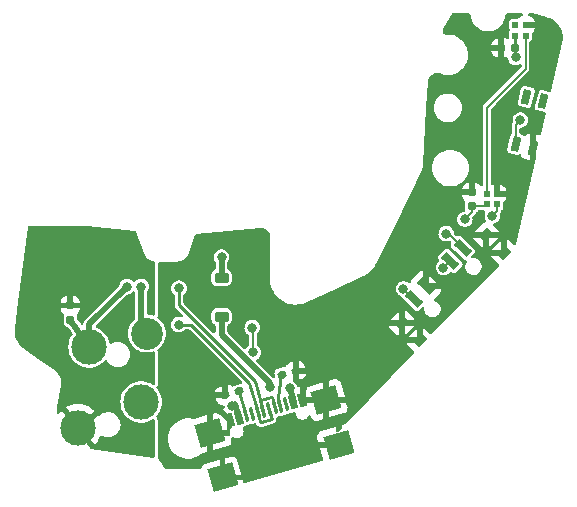
<source format=gbr>
%TF.GenerationSoftware,KiCad,Pcbnew,(7.0.0)*%
%TF.CreationDate,2023-05-27T10:45:59+01:00*%
%TF.ProjectId,left_connectors,6c656674-5f63-46f6-9e6e-6563746f7273,rev?*%
%TF.SameCoordinates,Original*%
%TF.FileFunction,Copper,L2,Bot*%
%TF.FilePolarity,Positive*%
%FSLAX46Y46*%
G04 Gerber Fmt 4.6, Leading zero omitted, Abs format (unit mm)*
G04 Created by KiCad (PCBNEW (7.0.0)) date 2023-05-27 10:45:59*
%MOMM*%
%LPD*%
G01*
G04 APERTURE LIST*
G04 Aperture macros list*
%AMRoundRect*
0 Rectangle with rounded corners*
0 $1 Rounding radius*
0 $2 $3 $4 $5 $6 $7 $8 $9 X,Y pos of 4 corners*
0 Add a 4 corners polygon primitive as box body*
4,1,4,$2,$3,$4,$5,$6,$7,$8,$9,$2,$3,0*
0 Add four circle primitives for the rounded corners*
1,1,$1+$1,$2,$3*
1,1,$1+$1,$4,$5*
1,1,$1+$1,$6,$7*
1,1,$1+$1,$8,$9*
0 Add four rect primitives between the rounded corners*
20,1,$1+$1,$2,$3,$4,$5,0*
20,1,$1+$1,$4,$5,$6,$7,0*
20,1,$1+$1,$6,$7,$8,$9,0*
20,1,$1+$1,$8,$9,$2,$3,0*%
%AMRotRect*
0 Rectangle, with rotation*
0 The origin of the aperture is its center*
0 $1 length*
0 $2 width*
0 $3 Rotation angle, in degrees counterclockwise*
0 Add horizontal line*
21,1,$1,$2,0,0,$3*%
G04 Aperture macros list end*
%TA.AperFunction,SMDPad,CuDef*%
%ADD10R,0.500000X0.500000*%
%TD*%
%TA.AperFunction,SMDPad,CuDef*%
%ADD11RotRect,0.700000X1.500000X226.022000*%
%TD*%
%TA.AperFunction,SMDPad,CuDef*%
%ADD12RotRect,0.800000X1.000000X136.022000*%
%TD*%
%TA.AperFunction,SMDPad,CuDef*%
%ADD13RoundRect,0.160000X0.146433X0.207758X-0.233622X0.100135X-0.146433X-0.207758X0.233622X-0.100135X0*%
%TD*%
%TA.AperFunction,SMDPad,CuDef*%
%ADD14RoundRect,0.160000X-0.146433X-0.207758X0.233622X-0.100135X0.146433X0.207758X-0.233622X0.100135X0*%
%TD*%
%TA.AperFunction,SMDPad,CuDef*%
%ADD15RoundRect,0.160000X0.160000X-0.197500X0.160000X0.197500X-0.160000X0.197500X-0.160000X-0.197500X0*%
%TD*%
%TA.AperFunction,SMDPad,CuDef*%
%ADD16RoundRect,0.225000X-0.375000X0.225000X-0.375000X-0.225000X0.375000X-0.225000X0.375000X0.225000X0*%
%TD*%
%TA.AperFunction,SMDPad,CuDef*%
%ADD17RoundRect,0.155000X0.155000X-0.212500X0.155000X0.212500X-0.155000X0.212500X-0.155000X-0.212500X0*%
%TD*%
%TA.AperFunction,SMDPad,CuDef*%
%ADD18RotRect,0.600000X1.150000X195.811000*%
%TD*%
%TA.AperFunction,SMDPad,CuDef*%
%ADD19RotRect,0.300000X1.150000X195.811000*%
%TD*%
%TA.AperFunction,SMDPad,CuDef*%
%ADD20RotRect,2.180000X2.000000X195.811000*%
%TD*%
%TA.AperFunction,SMDPad,CuDef*%
%ADD21RoundRect,0.155000X0.212500X0.155000X-0.212500X0.155000X-0.212500X-0.155000X0.212500X-0.155000X0*%
%TD*%
%TA.AperFunction,ComponentPad*%
%ADD22C,3.000000*%
%TD*%
%TA.AperFunction,ComponentPad*%
%ADD23C,2.700000*%
%TD*%
%TA.AperFunction,SMDPad,CuDef*%
%ADD24RotRect,1.244600X0.660400X76.926000*%
%TD*%
%TA.AperFunction,ViaPad*%
%ADD25C,0.800000*%
%TD*%
%TA.AperFunction,Conductor*%
%ADD26C,0.250000*%
%TD*%
%TA.AperFunction,Conductor*%
%ADD27C,0.150000*%
%TD*%
%TA.AperFunction,Conductor*%
%ADD28C,0.500000*%
%TD*%
G04 APERTURE END LIST*
D10*
%TO.P,D2,1,VSS*%
%TO.N,GND*%
X139249999Y-48749999D03*
%TO.P,D2,2,DIN*%
%TO.N,Net-(D1-DOUT)*%
X139249999Y-49649999D03*
%TO.P,D2,3,VDD*%
%TO.N,+3V3*%
X138349999Y-49649999D03*
%TO.P,D2,4,DOUT*%
%TO.N,unconnected-(D2-DOUT-Pad4)*%
X138349999Y-48749999D03*
%TD*%
D11*
%TO.P,SW2,1,1*%
%TO.N,/ANC_ON*%
X133923834Y-67626011D03*
%TO.P,SW2,2,2*%
%TO.N,/ANC_OFF*%
X132882261Y-68705421D03*
%TO.P,SW2,3,3*%
%TO.N,GND*%
X130799114Y-70864240D03*
%TO.P,SW2,4,4*%
%TO.N,/ANC_PBO*%
X129757541Y-71943650D03*
D12*
%TO.P,SW2,MP1,MP1*%
%TO.N,GND*%
X135920480Y-66564924D03*
%TO.P,SW2,MP2,MP2*%
X128768344Y-73976871D03*
%TO.P,SW2,MP3,MP3*%
X137431654Y-68023127D03*
%TO.P,SW2,MP4,MP4*%
X130279518Y-75435074D03*
%TD*%
D13*
%TO.P,R2,1*%
%TO.N,Net-(J1-CC2)*%
X114978227Y-79772708D03*
%TO.P,R2,2*%
%TO.N,GND*%
X113828439Y-80098304D03*
%TD*%
D14*
%TO.P,R3,1*%
%TO.N,Net-(J1-CC1)*%
X118625106Y-78362798D03*
%TO.P,R3,2*%
%TO.N,GND*%
X119774894Y-78037202D03*
%TD*%
D15*
%TO.P,R4,1*%
%TO.N,/audio_in_L*%
X100700000Y-73697500D03*
%TO.P,R4,2*%
%TO.N,GNDA*%
X100700000Y-72502500D03*
%TD*%
D10*
%TO.P,D1,1,VSS*%
%TO.N,GND*%
X136849999Y-63049999D03*
%TO.P,D1,2,DIN*%
%TO.N,/LEDs_data_in*%
X136849999Y-63949999D03*
%TO.P,D1,3,VDD*%
%TO.N,+3V3*%
X135949999Y-63949999D03*
%TO.P,D1,4,DOUT*%
%TO.N,Net-(D1-DOUT)*%
X135949999Y-63049999D03*
%TD*%
D16*
%TO.P,D3,1,C*%
%TO.N,VBUS*%
X113500000Y-70150000D03*
%TO.P,D3,2,A*%
%TO.N,Net-(D3-A)*%
X113500000Y-73450000D03*
%TD*%
D17*
%TO.P,C1,1*%
%TO.N,+3V3*%
X134700000Y-64067500D03*
%TO.P,C1,2*%
%TO.N,GND*%
X134700000Y-62932500D03*
%TD*%
D18*
%TO.P,J1,A1,GND*%
%TO.N,GND*%
X120355273Y-80466370D03*
%TO.P,J1,A4,VBUS*%
%TO.N,Net-(D3-A)*%
X119585541Y-80684342D03*
D19*
%TO.P,J1,A5,CC1*%
%TO.N,Net-(J1-CC1)*%
X118479050Y-80997677D03*
%TO.P,J1,A6,D+*%
%TO.N,/USB_D+*%
X117516885Y-81270142D03*
%TO.P,J1,A7,D-*%
%TO.N,/USB_D-*%
X117035802Y-81406374D03*
%TO.P,J1,A8,SBU1*%
%TO.N,unconnected-(J1-SBU1-PadA8)*%
X116073636Y-81678839D03*
D18*
%TO.P,J1,B1,GND*%
%TO.N,GND*%
X114197413Y-82210146D03*
%TO.P,J1,B4,VBUS*%
%TO.N,Net-(D3-A)*%
X114967145Y-81992174D03*
D19*
%TO.P,J1,B5,CC2*%
%TO.N,Net-(J1-CC2)*%
X115592553Y-81815072D03*
%TO.P,J1,B6,D+*%
%TO.N,/USB_D+*%
X116554719Y-81542607D03*
%TO.P,J1,B7,D-*%
%TO.N,/USB_D-*%
X117997967Y-81133909D03*
%TO.P,J1,B8,SBU2*%
%TO.N,unconnected-(J1-SBU2-PadB8)*%
X118960133Y-80861444D03*
D20*
%TO.P,J1,S1,SHIELD*%
%TO.N,GND*%
X123420465Y-84280518D03*
X122349677Y-80499207D03*
X113587131Y-87065110D03*
X112516344Y-83283799D03*
%TD*%
D21*
%TO.P,C2,1*%
%TO.N,+3V3*%
X138335000Y-50700000D03*
%TO.P,C2,2*%
%TO.N,GND*%
X137200000Y-50700000D03*
%TD*%
D22*
%TO.P,J2,R*%
%TO.N,/audio_in_R*%
X106691562Y-80664223D03*
%TO.P,J2,S*%
%TO.N,GNDA*%
X101341380Y-82851812D03*
%TO.P,J2,T*%
%TO.N,/audio_in_L*%
X102286765Y-76016884D03*
D23*
%TO.P,J2,TN*%
%TO.N,/audio_in_detect*%
X107189063Y-74877817D03*
%TD*%
D24*
%TO.P,SW1,1,A*%
%TO.N,GND*%
X139841638Y-59134789D03*
%TO.P,SW1,1\u002A*%
%TO.N,N/C*%
X140760953Y-55176133D03*
%TO.P,SW1,2,B*%
%TO.N,/PWR_SW*%
X138399999Y-58799999D03*
%TO.P,SW1,2\u002A*%
%TO.N,N/C*%
X139319314Y-54841343D03*
%TD*%
D25*
%TO.N,+3V3*%
X134100000Y-65200000D03*
X138400000Y-51500000D03*
X116100000Y-74375500D03*
X116175875Y-76474500D03*
%TO.N,GND*%
X124800000Y-80700000D03*
X131700000Y-53900000D03*
X108800000Y-76800000D03*
X116300000Y-73000000D03*
X140700000Y-52900000D03*
X112400000Y-68400000D03*
X118100000Y-75800000D03*
X112600000Y-77100000D03*
X121800000Y-78600000D03*
X115300000Y-71000000D03*
X113900000Y-78600000D03*
X135900000Y-49900000D03*
X131300000Y-58700000D03*
X117200000Y-70900000D03*
X133800000Y-71700000D03*
X122800000Y-75900000D03*
X136900000Y-61900000D03*
X111900000Y-81300000D03*
X129100000Y-76300000D03*
X109100000Y-85700000D03*
X133400000Y-63300000D03*
X113100000Y-85200000D03*
X138000000Y-66600000D03*
X115000000Y-74000000D03*
X129000000Y-66500000D03*
X138900000Y-62800000D03*
X133500000Y-48700000D03*
X108900000Y-81000000D03*
X136900000Y-58600000D03*
X136800000Y-56100000D03*
X122700000Y-71900000D03*
X114600000Y-68300000D03*
X116700000Y-66800000D03*
X134800000Y-58500000D03*
X141100000Y-49500000D03*
X117600000Y-77400000D03*
X127200000Y-75900000D03*
X126800000Y-71100000D03*
X129600000Y-69500000D03*
X140200000Y-57200000D03*
X135000000Y-55400000D03*
X115700000Y-86900000D03*
X121500000Y-85200000D03*
X137300000Y-52400000D03*
X130600000Y-62500000D03*
X122900000Y-82400000D03*
%TO.N,/LEDs_data_in*%
X136426944Y-64926944D03*
%TO.N,VBUS*%
X113500000Y-68400000D03*
%TO.N,Net-(D3-A)*%
X119272260Y-79512385D03*
X114417508Y-80982172D03*
X117600000Y-79400000D03*
%TO.N,/USB_D+*%
X109873056Y-74126944D03*
%TO.N,/USB_D-*%
X109900000Y-71038498D03*
%TO.N,GNDA*%
X102100000Y-66900000D03*
X97300000Y-70700000D03*
X107000000Y-84500000D03*
X100100000Y-77500000D03*
X98100000Y-66900000D03*
X102200000Y-72400000D03*
X105600000Y-67200000D03*
X102300000Y-69700000D03*
X97100000Y-74900000D03*
X104300000Y-74600000D03*
X105200000Y-78500000D03*
%TO.N,/audio_in_L*%
X105500000Y-70900000D03*
%TO.N,/audio_in_detect*%
X106700000Y-70900000D03*
%TO.N,/ANC_PBO*%
X128906946Y-71093054D03*
%TO.N,/ANC_OFF*%
X132293842Y-69293842D03*
%TO.N,/ANC_ON*%
X132525569Y-66425569D03*
%TO.N,/PWR_SW*%
X138800000Y-56800000D03*
%TD*%
D26*
%TO.N,+3V3*%
X138335000Y-49665000D02*
X138350000Y-49650000D01*
D27*
X116100000Y-74375500D02*
X116175875Y-74451375D01*
D26*
X138335000Y-51435000D02*
X138400000Y-51500000D01*
D27*
X135832500Y-64067500D02*
X135950000Y-63950000D01*
D26*
X138335000Y-50700000D02*
X138335000Y-51435000D01*
D27*
X134700000Y-64067500D02*
X135832500Y-64067500D01*
D26*
X138335000Y-50700000D02*
X138335000Y-49665000D01*
D27*
X134100000Y-65200000D02*
X134700000Y-64600000D01*
X134700000Y-64600000D02*
X134700000Y-64067500D01*
X116175875Y-74451375D02*
X116175875Y-76474500D01*
D28*
%TO.N,GND*%
X113387267Y-81400000D02*
X113200000Y-81400000D01*
X114197414Y-82210147D02*
X113387267Y-81400000D01*
X120355274Y-80466371D02*
X120500000Y-79300000D01*
D27*
%TO.N,/LEDs_data_in*%
X136426944Y-64926944D02*
X136850000Y-64503888D01*
X136850000Y-64503888D02*
X136850000Y-63950000D01*
%TO.N,Net-(D1-DOUT)*%
X135950000Y-63050000D02*
X135950000Y-55750000D01*
X135950000Y-55750000D02*
X139250000Y-52450000D01*
X139250000Y-52450000D02*
X139250000Y-49650000D01*
D28*
%TO.N,VBUS*%
X113500000Y-70150000D02*
X113500000Y-68400000D01*
%TO.N,Net-(D3-A)*%
X117600000Y-79400000D02*
X117600000Y-79100000D01*
X117600000Y-79100000D02*
X113500000Y-75000000D01*
X114967147Y-81992175D02*
X114651639Y-80878010D01*
D26*
X119597879Y-80662258D02*
X119585542Y-80684343D01*
D28*
X119272260Y-79512385D02*
X119597879Y-80662258D01*
X113500000Y-75000000D02*
X113500000Y-73450000D01*
D26*
X114651639Y-80878010D02*
X114547477Y-80982172D01*
X114547477Y-80982172D02*
X114417508Y-80982172D01*
%TO.N,Net-(J1-CC1)*%
X118568014Y-78362798D02*
X118625106Y-78362798D01*
X118479051Y-80997678D02*
X118269810Y-80241052D01*
X118269810Y-80241052D02*
X118568014Y-78362798D01*
%TO.N,/USB_D+*%
X116793127Y-82384502D02*
X116823993Y-82401745D01*
X117738050Y-82142903D02*
X117755293Y-82112038D01*
X109873056Y-74126944D02*
X110932530Y-74126944D01*
X115846212Y-79040626D02*
X116554720Y-81542608D01*
X116823993Y-82401745D02*
X117738050Y-82142903D01*
X110932530Y-74126944D02*
X115846212Y-79040626D01*
X117755293Y-82112038D02*
X117516886Y-81270143D01*
X116554720Y-81542608D02*
X116793127Y-82384502D01*
%TO.N,/USB_D-*%
X117728696Y-80274773D02*
X117759562Y-80292015D01*
X116863475Y-80797828D02*
X116337042Y-78938816D01*
X116797396Y-80564480D02*
X116814639Y-80533614D01*
X109900000Y-72458018D02*
X116337042Y-78895060D01*
X117035803Y-81406375D02*
X116863475Y-80797828D01*
X116814639Y-80533614D02*
X117728696Y-80274773D01*
X117759562Y-80292015D02*
X117997969Y-81133910D01*
X109900000Y-71038498D02*
X109900000Y-72458018D01*
X116337042Y-78895060D02*
X116337042Y-78938816D01*
X116863475Y-80797828D02*
X116797396Y-80564480D01*
%TO.N,Net-(J1-CC2)*%
X114978227Y-79772708D02*
X115020960Y-79796580D01*
X115020960Y-79796580D02*
X115592554Y-81815072D01*
D28*
%TO.N,/audio_in_L*%
X100700000Y-73697500D02*
X102286765Y-76016884D01*
X102286765Y-74113235D02*
X105500000Y-70900000D01*
X102286765Y-76016884D02*
X102286765Y-74113235D01*
%TO.N,/audio_in_detect*%
X107189063Y-74877817D02*
X106700000Y-74388754D01*
X106700000Y-74388754D02*
X106700000Y-70900000D01*
D27*
%TO.N,/ANC_PBO*%
X128906946Y-71093055D02*
X129757542Y-71943651D01*
X128906946Y-71093054D02*
X128906946Y-71093055D01*
%TO.N,/ANC_OFF*%
X132293842Y-69293842D02*
X132882262Y-68705422D01*
%TO.N,/ANC_ON*%
X132723392Y-66425569D02*
X133923835Y-67626012D01*
X132525569Y-66425569D02*
X132723392Y-66425569D01*
%TO.N,/PWR_SW*%
X138400000Y-57200000D02*
X138400000Y-58800000D01*
X138800000Y-56800000D02*
X138400000Y-57200000D01*
%TD*%
%TA.AperFunction,Conductor*%
%TO.N,GND*%
G36*
X134332353Y-47757425D02*
G01*
X134340510Y-47758607D01*
X134390722Y-47765883D01*
X134424817Y-47775976D01*
X134470189Y-47796878D01*
X134500014Y-47816232D01*
X134537587Y-47849152D01*
X134560696Y-47876179D01*
X134587380Y-47918410D01*
X134601868Y-47950885D01*
X134610552Y-47981577D01*
X134618009Y-48007933D01*
X134621624Y-48025454D01*
X134634969Y-48126502D01*
X134634973Y-48126522D01*
X134635624Y-48131449D01*
X134637056Y-48136219D01*
X134637057Y-48136220D01*
X134701055Y-48349285D01*
X134701058Y-48349293D01*
X134702481Y-48354030D01*
X134803919Y-48563129D01*
X134937351Y-48753413D01*
X135099373Y-48920029D01*
X135129039Y-48942093D01*
X135275619Y-49051114D01*
X135285854Y-49058726D01*
X135492036Y-49165969D01*
X135712661Y-49239020D01*
X135942102Y-49276018D01*
X136169551Y-49276018D01*
X136174507Y-49276018D01*
X136403949Y-49239020D01*
X136624574Y-49165969D01*
X136830756Y-49058727D01*
X137017237Y-48920029D01*
X137179259Y-48753413D01*
X137312691Y-48563129D01*
X137414129Y-48354030D01*
X137480986Y-48131449D01*
X137495026Y-48025127D01*
X137498637Y-48007629D01*
X137514698Y-47950863D01*
X137529186Y-47918390D01*
X137545908Y-47891926D01*
X137555874Y-47876152D01*
X137578982Y-47849127D01*
X137616566Y-47816198D01*
X137646388Y-47796846D01*
X137691779Y-47775936D01*
X137725868Y-47765846D01*
X137770117Y-47759435D01*
X137783998Y-47757424D01*
X137801777Y-47756143D01*
X138906985Y-47756143D01*
X138967058Y-47771666D01*
X139012091Y-47814350D01*
X139030807Y-47873506D01*
X139018522Y-47934324D01*
X138978310Y-47981577D01*
X138920240Y-48003433D01*
X138900332Y-48005573D01*
X138885358Y-48009111D01*
X138766222Y-48053547D01*
X138750810Y-48061962D01*
X138649908Y-48137497D01*
X138637499Y-48149907D01*
X138600140Y-48199812D01*
X138556378Y-48236384D01*
X138500874Y-48249500D01*
X138075326Y-48249500D01*
X138069351Y-48250688D01*
X138069346Y-48250689D01*
X138014240Y-48261650D01*
X138014235Y-48261651D01*
X138002260Y-48264034D01*
X137992105Y-48270819D01*
X137992103Y-48270820D01*
X137929551Y-48312615D01*
X137929548Y-48312617D01*
X137919399Y-48319399D01*
X137912617Y-48329548D01*
X137912615Y-48329551D01*
X137870820Y-48392103D01*
X137870819Y-48392105D01*
X137864034Y-48402260D01*
X137861651Y-48414235D01*
X137861650Y-48414240D01*
X137850689Y-48469346D01*
X137850688Y-48469351D01*
X137849500Y-48475326D01*
X137849500Y-49024674D01*
X137850688Y-49030649D01*
X137850689Y-49030653D01*
X137861650Y-49085759D01*
X137861651Y-49085762D01*
X137864034Y-49097740D01*
X137870817Y-49107893D01*
X137870820Y-49107898D01*
X137886331Y-49131112D01*
X137904845Y-49175810D01*
X137904845Y-49224190D01*
X137886331Y-49268888D01*
X137870820Y-49292101D01*
X137870816Y-49292108D01*
X137864034Y-49302260D01*
X137861651Y-49314235D01*
X137861650Y-49314240D01*
X137850689Y-49369346D01*
X137850688Y-49369351D01*
X137849500Y-49375326D01*
X137849500Y-49381421D01*
X137849500Y-49827030D01*
X137834628Y-49885912D01*
X137793579Y-49930670D01*
X137736199Y-49950568D01*
X137676253Y-49940831D01*
X137667206Y-49936916D01*
X137521867Y-49894690D01*
X137509461Y-49892424D01*
X137481084Y-49890191D01*
X137476205Y-49890000D01*
X137466326Y-49890000D01*
X137453450Y-49893450D01*
X137450000Y-49906326D01*
X137450000Y-51493674D01*
X137453450Y-51506549D01*
X137466326Y-51510000D01*
X137476205Y-51510000D01*
X137481084Y-51509808D01*
X137509461Y-51507575D01*
X137521867Y-51505309D01*
X137597646Y-51483293D01*
X137650824Y-51479769D01*
X137700570Y-51498894D01*
X137737693Y-51537133D01*
X137755337Y-51587423D01*
X137762858Y-51649370D01*
X137762859Y-51649375D01*
X137763763Y-51656818D01*
X137819780Y-51804523D01*
X137824043Y-51810699D01*
X137879307Y-51890764D01*
X137909517Y-51934530D01*
X138027760Y-52039283D01*
X138034406Y-52042771D01*
X138150258Y-52103576D01*
X138167635Y-52112696D01*
X138321015Y-52150500D01*
X138471485Y-52150500D01*
X138478985Y-52150500D01*
X138632365Y-52112696D01*
X138735864Y-52058375D01*
X138742874Y-52054696D01*
X138804245Y-52040549D01*
X138864650Y-52058375D01*
X138908506Y-52103576D01*
X138924500Y-52164492D01*
X138924500Y-52263812D01*
X138915061Y-52311265D01*
X138888181Y-52351493D01*
X135733715Y-55505957D01*
X135725743Y-55513263D01*
X135705114Y-55530573D01*
X135705112Y-55530574D01*
X135696806Y-55537545D01*
X135691384Y-55546934D01*
X135691380Y-55546940D01*
X135677914Y-55570264D01*
X135672112Y-55579371D01*
X135650446Y-55610316D01*
X135647639Y-55620788D01*
X135646087Y-55624118D01*
X135644831Y-55627566D01*
X135639412Y-55636955D01*
X135637529Y-55647631D01*
X135637528Y-55647635D01*
X135632853Y-55674149D01*
X135630514Y-55684697D01*
X135620736Y-55721193D01*
X135621681Y-55731996D01*
X135621681Y-55731999D01*
X135624028Y-55758819D01*
X135624500Y-55769627D01*
X135624500Y-62281154D01*
X135608017Y-62342929D01*
X135562949Y-62388281D01*
X135501279Y-62405152D01*
X135439401Y-62389056D01*
X135393768Y-62344274D01*
X135380639Y-62322074D01*
X135371146Y-62309836D01*
X135265163Y-62203853D01*
X135252928Y-62194362D01*
X135123914Y-62118064D01*
X135109706Y-62111916D01*
X134964368Y-62069691D01*
X134962976Y-62069436D01*
X134953706Y-62071280D01*
X134950000Y-62084422D01*
X134950000Y-63058500D01*
X134933387Y-63120500D01*
X134888000Y-63165887D01*
X134826000Y-63182500D01*
X133906326Y-63182500D01*
X133893450Y-63185950D01*
X133890000Y-63198826D01*
X133890000Y-63208705D01*
X133890191Y-63213584D01*
X133892424Y-63241961D01*
X133894690Y-63254367D01*
X133936916Y-63399706D01*
X133943064Y-63413914D01*
X134019362Y-63542928D01*
X134028853Y-63555163D01*
X134116328Y-63642638D01*
X134146578Y-63692001D01*
X134151120Y-63749717D01*
X134140263Y-63818263D01*
X134140262Y-63818270D01*
X134139500Y-63823084D01*
X134139500Y-64311916D01*
X134151453Y-64387386D01*
X134154418Y-64406102D01*
X134151290Y-64459158D01*
X134126236Y-64506031D01*
X134083859Y-64538110D01*
X134031945Y-64549500D01*
X134021015Y-64549500D01*
X134013740Y-64551292D01*
X134013732Y-64551294D01*
X133874915Y-64585509D01*
X133874909Y-64585510D01*
X133867635Y-64587304D01*
X133861000Y-64590786D01*
X133860993Y-64590789D01*
X133734406Y-64657228D01*
X133734400Y-64657231D01*
X133727760Y-64660717D01*
X133722148Y-64665687D01*
X133722143Y-64665692D01*
X133615127Y-64760499D01*
X133615122Y-64760503D01*
X133609517Y-64765470D01*
X133605262Y-64771634D01*
X133605257Y-64771640D01*
X133524043Y-64889300D01*
X133524040Y-64889303D01*
X133519780Y-64895477D01*
X133517120Y-64902488D01*
X133517118Y-64902494D01*
X133466423Y-65036167D01*
X133463763Y-65043182D01*
X133462859Y-65050622D01*
X133462858Y-65050629D01*
X133457984Y-65090776D01*
X133444722Y-65200000D01*
X133445626Y-65207445D01*
X133462858Y-65349370D01*
X133462859Y-65349375D01*
X133463763Y-65356818D01*
X133466422Y-65363831D01*
X133466423Y-65363832D01*
X133502580Y-65459172D01*
X133519780Y-65504523D01*
X133524043Y-65510699D01*
X133570113Y-65577444D01*
X133609517Y-65634530D01*
X133727760Y-65739283D01*
X133867635Y-65812696D01*
X134021015Y-65850500D01*
X134171485Y-65850500D01*
X134178985Y-65850500D01*
X134332365Y-65812696D01*
X134472240Y-65739283D01*
X134590483Y-65634530D01*
X134680220Y-65504523D01*
X134736237Y-65356818D01*
X134755278Y-65200000D01*
X134741446Y-65086086D01*
X134747325Y-65030695D01*
X134776859Y-64983465D01*
X134916290Y-64844034D01*
X134924242Y-64836747D01*
X134953194Y-64812455D01*
X134972085Y-64779733D01*
X134977880Y-64770635D01*
X134999554Y-64739684D01*
X135002362Y-64729199D01*
X135003901Y-64725900D01*
X135005156Y-64722451D01*
X135010588Y-64713045D01*
X135012473Y-64702353D01*
X135016184Y-64692160D01*
X135018676Y-64693067D01*
X135033356Y-64658862D01*
X135076760Y-64622110D01*
X135096318Y-64612146D01*
X135187146Y-64521318D01*
X135218029Y-64460705D01*
X135263725Y-64411273D01*
X135328515Y-64393000D01*
X135500341Y-64393000D01*
X135536336Y-64398339D01*
X135569230Y-64413896D01*
X135602260Y-64435966D01*
X135675326Y-64450500D01*
X135732855Y-64450500D01*
X135793770Y-64466494D01*
X135838971Y-64510349D01*
X135856798Y-64570753D01*
X135845036Y-64621781D01*
X135846724Y-64622421D01*
X135798883Y-64748568D01*
X135790707Y-64770126D01*
X135789803Y-64777566D01*
X135789802Y-64777573D01*
X135776237Y-64889300D01*
X135771666Y-64926944D01*
X135772570Y-64934389D01*
X135789802Y-65076314D01*
X135789803Y-65076319D01*
X135790707Y-65083762D01*
X135793366Y-65090775D01*
X135793367Y-65090776D01*
X135837613Y-65207445D01*
X135846724Y-65231467D01*
X135850987Y-65237643D01*
X135870711Y-65266218D01*
X135890832Y-65315438D01*
X135888487Y-65368560D01*
X135864108Y-65415816D01*
X135822177Y-65448515D01*
X135706192Y-65504005D01*
X135693240Y-65512329D01*
X135655792Y-65543625D01*
X135650923Y-65548158D01*
X134921147Y-66304444D01*
X134916266Y-66312702D01*
X134925597Y-66314925D01*
X137013724Y-66314925D01*
X137024880Y-66312050D01*
X137022658Y-66300747D01*
X136978876Y-66209234D01*
X136970554Y-66196285D01*
X136939258Y-66158837D01*
X136934725Y-66153968D01*
X136533137Y-65766457D01*
X136499737Y-65710317D01*
X136499502Y-65644994D01*
X136532498Y-65588615D01*
X136589565Y-65556829D01*
X136659309Y-65539640D01*
X136799184Y-65466227D01*
X136917427Y-65361474D01*
X137007164Y-65231467D01*
X137063181Y-65083762D01*
X137082222Y-64926944D01*
X137068710Y-64815662D01*
X137072937Y-64765418D01*
X137096148Y-64722254D01*
X137103194Y-64716343D01*
X137122085Y-64683621D01*
X137127880Y-64674523D01*
X137149554Y-64643572D01*
X137152363Y-64633085D01*
X137153902Y-64629785D01*
X137155156Y-64626339D01*
X137160588Y-64616933D01*
X137167146Y-64579734D01*
X137169482Y-64569196D01*
X137179264Y-64532694D01*
X137178318Y-64521883D01*
X137179264Y-64511078D01*
X137181386Y-64511263D01*
X137190411Y-64461664D01*
X137233326Y-64412189D01*
X137270446Y-64387386D01*
X137270445Y-64387386D01*
X137280601Y-64380601D01*
X137335966Y-64297740D01*
X137350500Y-64224674D01*
X137350500Y-63799126D01*
X137363616Y-63743622D01*
X137400188Y-63699860D01*
X137450092Y-63662500D01*
X137462502Y-63650091D01*
X137538037Y-63549189D01*
X137546452Y-63533777D01*
X137590888Y-63414641D01*
X137594426Y-63399667D01*
X137599646Y-63351114D01*
X137600000Y-63344518D01*
X137600000Y-63316326D01*
X137596549Y-63303450D01*
X137583674Y-63300000D01*
X136724000Y-63300000D01*
X136662000Y-63283387D01*
X136616613Y-63238000D01*
X136600000Y-63176000D01*
X136600000Y-62783674D01*
X137100000Y-62783674D01*
X137103450Y-62796549D01*
X137116326Y-62800000D01*
X137583674Y-62800000D01*
X137596549Y-62796549D01*
X137600000Y-62783674D01*
X137600000Y-62755482D01*
X137599646Y-62748885D01*
X137594426Y-62700332D01*
X137590888Y-62685358D01*
X137546452Y-62566222D01*
X137538037Y-62550810D01*
X137462501Y-62449907D01*
X137450092Y-62437498D01*
X137349189Y-62361962D01*
X137333777Y-62353547D01*
X137214641Y-62309111D01*
X137199667Y-62305573D01*
X137151114Y-62300353D01*
X137144518Y-62300000D01*
X137116326Y-62300000D01*
X137103450Y-62303450D01*
X137100000Y-62316326D01*
X137100000Y-62783674D01*
X136600000Y-62783674D01*
X136600000Y-62316326D01*
X136596549Y-62303450D01*
X136583674Y-62300000D01*
X136555482Y-62300000D01*
X136548885Y-62300353D01*
X136500332Y-62305573D01*
X136485358Y-62309111D01*
X136442833Y-62324973D01*
X136384046Y-62331824D01*
X136328780Y-62310647D01*
X136289624Y-62266266D01*
X136275500Y-62208791D01*
X136275500Y-59373304D01*
X137685630Y-59373304D01*
X137689940Y-59384726D01*
X137689941Y-59384729D01*
X137716504Y-59455117D01*
X137716505Y-59455120D01*
X137720816Y-59466541D01*
X137729170Y-59475444D01*
X137729171Y-59475446D01*
X137759139Y-59507385D01*
X137789005Y-59539215D01*
X137856889Y-59569900D01*
X138548240Y-59730452D01*
X138622699Y-59732823D01*
X138715937Y-59697637D01*
X138716341Y-59698708D01*
X138761280Y-59684443D01*
X138821482Y-59696172D01*
X138868698Y-59735320D01*
X138888332Y-59784658D01*
X138889086Y-59784449D01*
X138891037Y-59791456D01*
X138891376Y-59792307D01*
X138891464Y-59792988D01*
X138896175Y-59809904D01*
X138946927Y-59925278D01*
X138956210Y-59940178D01*
X139037410Y-60036579D01*
X139050516Y-60048261D01*
X139156514Y-60118495D01*
X139170301Y-60125330D01*
X139216407Y-60141395D01*
X139222763Y-60143234D01*
X139578003Y-60225731D01*
X139589152Y-60225768D01*
X139591639Y-60214896D01*
X139591639Y-57976383D01*
X139587773Y-57963102D01*
X139574104Y-57960974D01*
X139534036Y-57966164D01*
X139517128Y-57970873D01*
X139401758Y-58021624D01*
X139386852Y-58030912D01*
X139290454Y-58112107D01*
X139278763Y-58125223D01*
X139278383Y-58125798D01*
X139277703Y-58126413D01*
X139272868Y-58131838D01*
X139272284Y-58131317D01*
X139232913Y-58166954D01*
X139173280Y-58181285D01*
X139114074Y-58165285D01*
X139080019Y-58132675D01*
X139079184Y-58133459D01*
X139010995Y-58060785D01*
X138999867Y-58055755D01*
X138999866Y-58055754D01*
X138948661Y-58032608D01*
X138948654Y-58032605D01*
X138943111Y-58030100D01*
X138821448Y-58001846D01*
X138771943Y-57977813D01*
X138737712Y-57934722D01*
X138725500Y-57881061D01*
X138725500Y-57574500D01*
X138742113Y-57512500D01*
X138787500Y-57467113D01*
X138849500Y-57450500D01*
X138871485Y-57450500D01*
X138878985Y-57450500D01*
X139032365Y-57412696D01*
X139172240Y-57339283D01*
X139290483Y-57234530D01*
X139380220Y-57104523D01*
X139436237Y-56956818D01*
X139455278Y-56800000D01*
X139436237Y-56643182D01*
X139380220Y-56495477D01*
X139290483Y-56365470D01*
X139172240Y-56260717D01*
X139165595Y-56257229D01*
X139165593Y-56257228D01*
X139039006Y-56190789D01*
X139039002Y-56190787D01*
X139032365Y-56187304D01*
X139025087Y-56185510D01*
X139025084Y-56185509D01*
X138886267Y-56151294D01*
X138886260Y-56151293D01*
X138878985Y-56149500D01*
X138721015Y-56149500D01*
X138713740Y-56151292D01*
X138713732Y-56151294D01*
X138574915Y-56185509D01*
X138574909Y-56185510D01*
X138567635Y-56187304D01*
X138561000Y-56190786D01*
X138560993Y-56190789D01*
X138434406Y-56257228D01*
X138434400Y-56257231D01*
X138427760Y-56260717D01*
X138422148Y-56265687D01*
X138422143Y-56265692D01*
X138315127Y-56360499D01*
X138315122Y-56360503D01*
X138309517Y-56365470D01*
X138305262Y-56371634D01*
X138305257Y-56371640D01*
X138224043Y-56489300D01*
X138224040Y-56489303D01*
X138219780Y-56495477D01*
X138217120Y-56502488D01*
X138217118Y-56502494D01*
X138185109Y-56586896D01*
X138163763Y-56643182D01*
X138162859Y-56650622D01*
X138162858Y-56650629D01*
X138153336Y-56729057D01*
X138144722Y-56800000D01*
X138145626Y-56807445D01*
X138158909Y-56916843D01*
X138157307Y-56956593D01*
X138143199Y-56993790D01*
X138127915Y-57020262D01*
X138122112Y-57029371D01*
X138100446Y-57060316D01*
X138097639Y-57070788D01*
X138096087Y-57074118D01*
X138094831Y-57077566D01*
X138089412Y-57086955D01*
X138087529Y-57097631D01*
X138087528Y-57097635D01*
X138082853Y-57124149D01*
X138080514Y-57134697D01*
X138070736Y-57171193D01*
X138071681Y-57181996D01*
X138071681Y-57181999D01*
X138074028Y-57208819D01*
X138074500Y-57219627D01*
X138074500Y-57857647D01*
X138064291Y-57906917D01*
X138035346Y-57948073D01*
X138029014Y-57954014D01*
X138020296Y-57962194D01*
X138020294Y-57962196D01*
X138011389Y-57970552D01*
X138006359Y-57981677D01*
X138006357Y-57981682D01*
X137983211Y-58032889D01*
X137983208Y-58032895D01*
X137980704Y-58038437D01*
X137979328Y-58044361D01*
X137979327Y-58044365D01*
X137936985Y-58226696D01*
X137688001Y-59298844D01*
X137687807Y-59304934D01*
X137687807Y-59304935D01*
X137686018Y-59361097D01*
X137686018Y-59361100D01*
X137685630Y-59373304D01*
X136275500Y-59373304D01*
X136275500Y-55936188D01*
X136284939Y-55888735D01*
X136311819Y-55848507D01*
X136745678Y-55414648D01*
X138604945Y-55414648D01*
X138609255Y-55426070D01*
X138609256Y-55426073D01*
X138635819Y-55496461D01*
X138635820Y-55496464D01*
X138640131Y-55507885D01*
X138648485Y-55516788D01*
X138648486Y-55516790D01*
X138673776Y-55543743D01*
X138708320Y-55580559D01*
X138737330Y-55593672D01*
X138770031Y-55608454D01*
X138776204Y-55611244D01*
X139467555Y-55771796D01*
X139542014Y-55774167D01*
X139635252Y-55738981D01*
X139707926Y-55670792D01*
X139738611Y-55602907D01*
X140031314Y-54342500D01*
X140033685Y-54268040D01*
X139998499Y-54174803D01*
X139930310Y-54102129D01*
X139919182Y-54097099D01*
X139919181Y-54097098D01*
X139867976Y-54073952D01*
X139867969Y-54073949D01*
X139862426Y-54071444D01*
X139171075Y-53910892D01*
X139164983Y-53910698D01*
X139108823Y-53908909D01*
X139108819Y-53908909D01*
X139096616Y-53908521D01*
X139085190Y-53912832D01*
X139085189Y-53912833D01*
X139014805Y-53939394D01*
X139014802Y-53939395D01*
X139003378Y-53943707D01*
X138994471Y-53952063D01*
X138994471Y-53952064D01*
X138939608Y-54003540D01*
X138939604Y-54003544D01*
X138930704Y-54011896D01*
X138925676Y-54023017D01*
X138925673Y-54023023D01*
X138902526Y-54074233D01*
X138902523Y-54074239D01*
X138900019Y-54079781D01*
X138898643Y-54085705D01*
X138898642Y-54085709D01*
X138692984Y-54971294D01*
X138607316Y-55340188D01*
X138607122Y-55346278D01*
X138607122Y-55346279D01*
X138605333Y-55402441D01*
X138605333Y-55402444D01*
X138604945Y-55414648D01*
X136745678Y-55414648D01*
X137028794Y-55131532D01*
X139466290Y-52694034D01*
X139474242Y-52686747D01*
X139503194Y-52662455D01*
X139522085Y-52629733D01*
X139527880Y-52620635D01*
X139549554Y-52589684D01*
X139552362Y-52579199D01*
X139553901Y-52575900D01*
X139555156Y-52572451D01*
X139560588Y-52563045D01*
X139567149Y-52525830D01*
X139569478Y-52515324D01*
X139579264Y-52478807D01*
X139575972Y-52441177D01*
X139575500Y-52430370D01*
X139575500Y-50217106D01*
X139590142Y-50158652D01*
X139630611Y-50114003D01*
X139670446Y-50087386D01*
X139670445Y-50087386D01*
X139680601Y-50080601D01*
X139735966Y-49997740D01*
X139750500Y-49924674D01*
X139750500Y-49499126D01*
X139763616Y-49443622D01*
X139800188Y-49399860D01*
X139850092Y-49362500D01*
X139862502Y-49350091D01*
X139938037Y-49249189D01*
X139946452Y-49233777D01*
X139990888Y-49114641D01*
X139994426Y-49099667D01*
X139999646Y-49051114D01*
X140000000Y-49044518D01*
X140000000Y-49016326D01*
X139996549Y-49003450D01*
X139983674Y-49000000D01*
X139124000Y-49000000D01*
X139062000Y-48983387D01*
X139016613Y-48938000D01*
X139000000Y-48876000D01*
X139000000Y-48624000D01*
X139016613Y-48562000D01*
X139062000Y-48516613D01*
X139124000Y-48500000D01*
X139983674Y-48500000D01*
X139996549Y-48496549D01*
X140000000Y-48483674D01*
X140000000Y-48455482D01*
X139999646Y-48448885D01*
X139994426Y-48400332D01*
X139990888Y-48385358D01*
X139946452Y-48266222D01*
X139938037Y-48250810D01*
X139862501Y-48149907D01*
X139850092Y-48137498D01*
X139749189Y-48061962D01*
X139733777Y-48053547D01*
X139614641Y-48009111D01*
X139599667Y-48005573D01*
X139579760Y-48003433D01*
X139521690Y-47981577D01*
X139481478Y-47934324D01*
X139469193Y-47873506D01*
X139487909Y-47814350D01*
X139532942Y-47771666D01*
X139593015Y-47756143D01*
X139593766Y-47756143D01*
X139598833Y-47756247D01*
X139602506Y-47756397D01*
X139656546Y-47758607D01*
X139666637Y-47759434D01*
X139721479Y-47766196D01*
X139731462Y-47767844D01*
X139787953Y-47779558D01*
X139792869Y-47780683D01*
X141036782Y-48092204D01*
X141045188Y-48094627D01*
X141142683Y-48126502D01*
X141274083Y-48169462D01*
X141290282Y-48176057D01*
X141441971Y-48250689D01*
X141502405Y-48280423D01*
X141517522Y-48289236D01*
X141712846Y-48422425D01*
X141726572Y-48433279D01*
X141901201Y-48592636D01*
X141913262Y-48605314D01*
X141928680Y-48624000D01*
X142035457Y-48753413D01*
X142063717Y-48787663D01*
X142073874Y-48801914D01*
X142197165Y-49003635D01*
X142205214Y-49019172D01*
X142298879Y-49236231D01*
X142304661Y-49252747D01*
X142366838Y-49480830D01*
X142370238Y-49497996D01*
X142399689Y-49732568D01*
X142400638Y-49750041D01*
X142396776Y-49986410D01*
X142395257Y-50003843D01*
X142357616Y-50240732D01*
X142355937Y-50249326D01*
X141414090Y-54304488D01*
X141383882Y-54361122D01*
X141329405Y-54395064D01*
X141265255Y-54397221D01*
X140618648Y-54247060D01*
X140618647Y-54247059D01*
X140612714Y-54245682D01*
X140606622Y-54245488D01*
X140550462Y-54243699D01*
X140550458Y-54243699D01*
X140538255Y-54243311D01*
X140526829Y-54247622D01*
X140526828Y-54247623D01*
X140456444Y-54274184D01*
X140456441Y-54274185D01*
X140445017Y-54278497D01*
X140436110Y-54286853D01*
X140436110Y-54286854D01*
X140381247Y-54338330D01*
X140381243Y-54338334D01*
X140372343Y-54346686D01*
X140367315Y-54357807D01*
X140367312Y-54357813D01*
X140344165Y-54409023D01*
X140344162Y-54409029D01*
X140341658Y-54414571D01*
X140340282Y-54420495D01*
X140340281Y-54420499D01*
X140057785Y-55636955D01*
X140048955Y-55674978D01*
X140048761Y-55681068D01*
X140048761Y-55681069D01*
X140046972Y-55737231D01*
X140046972Y-55737234D01*
X140046584Y-55749438D01*
X140050894Y-55760860D01*
X140050895Y-55760863D01*
X140077458Y-55831251D01*
X140077459Y-55831254D01*
X140081770Y-55842675D01*
X140149959Y-55915349D01*
X140217843Y-55946034D01*
X140870332Y-56097561D01*
X140926966Y-56127768D01*
X140960909Y-56182247D01*
X140963065Y-56246399D01*
X140551110Y-58020087D01*
X140520902Y-58076721D01*
X140466425Y-58110663D01*
X140402275Y-58112820D01*
X140105275Y-58043848D01*
X140094125Y-58043811D01*
X140091639Y-58054684D01*
X140091639Y-59984156D01*
X140088424Y-60012209D01*
X138395204Y-67302440D01*
X138364661Y-67359430D01*
X138309581Y-67393297D01*
X138244941Y-67394832D01*
X138188316Y-67363618D01*
X137806174Y-66994871D01*
X137801150Y-66990517D01*
X137762606Y-66960574D01*
X137749368Y-66952719D01*
X137695805Y-66929403D01*
X137684471Y-66927540D01*
X137681655Y-66938677D01*
X137681655Y-68149128D01*
X137665042Y-68211128D01*
X137619655Y-68256515D01*
X137557655Y-68273128D01*
X136338412Y-68273128D01*
X136327255Y-68276002D01*
X136329477Y-68287305D01*
X136373259Y-68378818D01*
X136381581Y-68391767D01*
X136412877Y-68429215D01*
X136417410Y-68434084D01*
X136950724Y-68948703D01*
X136983804Y-69003710D01*
X136984949Y-69067887D01*
X136953851Y-69124038D01*
X131362627Y-74918254D01*
X131307621Y-74951334D01*
X131243445Y-74952478D01*
X131187294Y-74921381D01*
X130654038Y-74406818D01*
X130649014Y-74402464D01*
X130610470Y-74372521D01*
X130597232Y-74364666D01*
X130543669Y-74341350D01*
X130532335Y-74339487D01*
X130529519Y-74350624D01*
X130529519Y-75561075D01*
X130512906Y-75623075D01*
X130467519Y-75668462D01*
X130405519Y-75685075D01*
X129186276Y-75685075D01*
X129175119Y-75687949D01*
X129177341Y-75699252D01*
X129221123Y-75790765D01*
X129229445Y-75803714D01*
X129260741Y-75841162D01*
X129265274Y-75846031D01*
X129798514Y-76360578D01*
X129831594Y-76415585D01*
X129832739Y-76479762D01*
X129801641Y-76535913D01*
X124010976Y-82536811D01*
X123955532Y-82570015D01*
X123683391Y-82647080D01*
X123672992Y-82652650D01*
X123670466Y-82664175D01*
X123670466Y-82839614D01*
X123661446Y-82886044D01*
X123635697Y-82925716D01*
X123383693Y-83186870D01*
X123334462Y-83218136D01*
X123276379Y-83223438D01*
X123222298Y-83201599D01*
X123184183Y-83157452D01*
X123170466Y-83100764D01*
X123170466Y-82806710D01*
X123167887Y-82795739D01*
X123156634Y-82796247D01*
X121920183Y-83146384D01*
X121913907Y-83148530D01*
X121868633Y-83166774D01*
X121855184Y-83174261D01*
X121752661Y-83249477D01*
X121740131Y-83261768D01*
X121663627Y-83361937D01*
X121655064Y-83377266D01*
X121609880Y-83494929D01*
X121605983Y-83512048D01*
X121595688Y-83638786D01*
X121596364Y-83654160D01*
X121604566Y-83702273D01*
X121606030Y-83708748D01*
X121693490Y-84017597D01*
X121699058Y-84027992D01*
X121710583Y-84030519D01*
X123167029Y-84030519D01*
X123227757Y-84046407D01*
X123272922Y-84090000D01*
X123290950Y-84150125D01*
X123298021Y-84349606D01*
X123299882Y-84402127D01*
X123284781Y-84465966D01*
X123239224Y-84513167D01*
X123175960Y-84530519D01*
X121853118Y-84530519D01*
X121842147Y-84533097D01*
X121842655Y-84544350D01*
X122125574Y-85543435D01*
X122126482Y-85607616D01*
X122095179Y-85663652D01*
X122040051Y-85696529D01*
X115505035Y-87547155D01*
X115440854Y-87548064D01*
X115384818Y-87516760D01*
X115351940Y-87461632D01*
X115314108Y-87328035D01*
X115308539Y-87317637D01*
X115297015Y-87315111D01*
X113729314Y-87315111D01*
X113671348Y-87300728D01*
X113626829Y-87260916D01*
X113358647Y-86867183D01*
X113342633Y-86833901D01*
X113337344Y-86798785D01*
X113837132Y-86798785D01*
X113840582Y-86811660D01*
X113853458Y-86815111D01*
X115154480Y-86815111D01*
X115165450Y-86812532D01*
X115164942Y-86801279D01*
X114832384Y-85626904D01*
X114830235Y-85620621D01*
X114811996Y-85575356D01*
X114804503Y-85561899D01*
X114729290Y-85459379D01*
X114716999Y-85446849D01*
X114616830Y-85370345D01*
X114601501Y-85361782D01*
X114483838Y-85316598D01*
X114466719Y-85312701D01*
X114339981Y-85302406D01*
X114324607Y-85303082D01*
X114276494Y-85311284D01*
X114270019Y-85312748D01*
X113850053Y-85431674D01*
X113839658Y-85437242D01*
X113837132Y-85448767D01*
X113837132Y-86798785D01*
X113337344Y-86798785D01*
X113337132Y-86797378D01*
X113337132Y-85591302D01*
X113334553Y-85580331D01*
X113323300Y-85580839D01*
X112086849Y-85930976D01*
X112080573Y-85933122D01*
X112035299Y-85951366D01*
X112021850Y-85958853D01*
X111919327Y-86034069D01*
X111906797Y-86046360D01*
X111830293Y-86146529D01*
X111821729Y-86161861D01*
X111791339Y-86241000D01*
X111764772Y-86282693D01*
X111724027Y-86310693D01*
X111675581Y-86320548D01*
X108780943Y-86320548D01*
X108721285Y-86305254D01*
X108676344Y-86263144D01*
X108662245Y-86241000D01*
X108477843Y-85951366D01*
X108239951Y-85577718D01*
X108236233Y-85569804D01*
X108229547Y-85558543D01*
X108225267Y-85545242D01*
X108207125Y-85526160D01*
X108207124Y-85526159D01*
X108208778Y-85524587D01*
X108206185Y-85522719D01*
X108205424Y-85523490D01*
X108200509Y-85518633D01*
X108200508Y-85518632D01*
X108200473Y-85518598D01*
X108200471Y-85518595D01*
X108192951Y-85511164D01*
X108190246Y-85508406D01*
X108170413Y-85487546D01*
X108170412Y-85487545D01*
X108162203Y-85478911D01*
X108159135Y-85477750D01*
X108156806Y-85475448D01*
X108145547Y-85471583D01*
X108139215Y-85467378D01*
X108094570Y-85414599D01*
X108085121Y-85346120D01*
X108095115Y-85277852D01*
X108100040Y-83770794D01*
X108958764Y-83770794D01*
X108959111Y-83775424D01*
X108969207Y-83910158D01*
X108977810Y-84024951D01*
X108978840Y-84029464D01*
X108978841Y-84029470D01*
X109033490Y-84268902D01*
X109034524Y-84273431D01*
X109036220Y-84277754D01*
X109036221Y-84277755D01*
X109090395Y-84415788D01*
X109127639Y-84510682D01*
X109255073Y-84731406D01*
X109413982Y-84930671D01*
X109600815Y-85104026D01*
X109811398Y-85247599D01*
X110041028Y-85358183D01*
X110045456Y-85359548D01*
X110045459Y-85359550D01*
X110080456Y-85370345D01*
X110284574Y-85433307D01*
X110536597Y-85471294D01*
X110786832Y-85471294D01*
X110791467Y-85471294D01*
X111043490Y-85433307D01*
X111287036Y-85358183D01*
X111516666Y-85247599D01*
X111727249Y-85104026D01*
X111765391Y-85068635D01*
X111794886Y-85048323D01*
X111823883Y-85038932D01*
X111823753Y-85038357D01*
X111833450Y-85036164D01*
X112253423Y-84917236D01*
X112263818Y-84911668D01*
X112266345Y-84900144D01*
X112266345Y-84366184D01*
X112274917Y-84320881D01*
X112293540Y-84273431D01*
X112350254Y-84024951D01*
X112369300Y-83770794D01*
X112350254Y-83516637D01*
X112293540Y-83268157D01*
X112274916Y-83220706D01*
X112266345Y-83175404D01*
X112266345Y-81809991D01*
X112263766Y-81799020D01*
X112252512Y-81799528D01*
X111135597Y-82115814D01*
X111100372Y-82120497D01*
X111065264Y-82114997D01*
X111047922Y-82109648D01*
X111047920Y-82109647D01*
X111043490Y-82108281D01*
X111038902Y-82107589D01*
X111038900Y-82107589D01*
X110796050Y-82070984D01*
X110796039Y-82070983D01*
X110791467Y-82070294D01*
X110536597Y-82070294D01*
X110532025Y-82070983D01*
X110532013Y-82070984D01*
X110289160Y-82107589D01*
X110289150Y-82107591D01*
X110284574Y-82108281D01*
X110280148Y-82109645D01*
X110280140Y-82109648D01*
X110045459Y-82182037D01*
X110045444Y-82182042D01*
X110041028Y-82183405D01*
X110036859Y-82185412D01*
X110036848Y-82185417D01*
X109815583Y-82291973D01*
X109815576Y-82291976D01*
X109811398Y-82293989D01*
X109807565Y-82296602D01*
X109807562Y-82296604D01*
X109604643Y-82434952D01*
X109600815Y-82437562D01*
X109597423Y-82440708D01*
X109597417Y-82440714D01*
X109426197Y-82599583D01*
X109413982Y-82610917D01*
X109411092Y-82614539D01*
X109411089Y-82614544D01*
X109257965Y-82806555D01*
X109255073Y-82810182D01*
X109252754Y-82814197D01*
X109252753Y-82814200D01*
X109129960Y-83026885D01*
X109129957Y-83026890D01*
X109127639Y-83030906D01*
X109125945Y-83035220D01*
X109125943Y-83035226D01*
X109037010Y-83261822D01*
X109034524Y-83268157D01*
X109033491Y-83272678D01*
X109033490Y-83272685D01*
X108978841Y-83512117D01*
X108978839Y-83512125D01*
X108977810Y-83516637D01*
X108977463Y-83521256D01*
X108977463Y-83521262D01*
X108963414Y-83708748D01*
X108958764Y-83770794D01*
X108100040Y-83770794D01*
X108105078Y-82229195D01*
X108095938Y-82160631D01*
X108078304Y-82096489D01*
X108051110Y-82032890D01*
X108007852Y-81978916D01*
X108007851Y-81978915D01*
X108008885Y-81978087D01*
X107984037Y-81933384D01*
X107982001Y-81875409D01*
X108006556Y-81822855D01*
X108141948Y-81653080D01*
X108273130Y-81425866D01*
X108368982Y-81181639D01*
X108427364Y-80925853D01*
X108446970Y-80664223D01*
X108427364Y-80402593D01*
X108368982Y-80146807D01*
X108273130Y-79902580D01*
X108240314Y-79845741D01*
X112954904Y-79845741D01*
X112965858Y-79848304D01*
X113562113Y-79848304D01*
X113574988Y-79844853D01*
X113578439Y-79831978D01*
X113578439Y-79331233D01*
X113575860Y-79320263D01*
X113564604Y-79320771D01*
X113366389Y-79376902D01*
X113361029Y-79378685D01*
X113307450Y-79399256D01*
X113295838Y-79405188D01*
X113173368Y-79485083D01*
X113161972Y-79494660D01*
X113062826Y-79600848D01*
X113054051Y-79612877D01*
X112983203Y-79739704D01*
X112977558Y-79753491D01*
X112955331Y-79834499D01*
X112954904Y-79845741D01*
X108240314Y-79845741D01*
X108141948Y-79675366D01*
X108014308Y-79515311D01*
X107989715Y-79462571D01*
X107991890Y-79404418D01*
X108017735Y-79358330D01*
X108016979Y-79357718D01*
X108022621Y-79350743D01*
X108060349Y-79304099D01*
X108087799Y-79240834D01*
X108105746Y-79176982D01*
X108115276Y-79108682D01*
X108123750Y-76515675D01*
X108116270Y-76453466D01*
X108101771Y-76394874D01*
X108079375Y-76336355D01*
X108080438Y-76335948D01*
X108067900Y-76283994D01*
X108084151Y-76224433D01*
X108124871Y-76182401D01*
X108124625Y-76182063D01*
X108126565Y-76180653D01*
X108127107Y-76180093D01*
X108132722Y-76176653D01*
X108324287Y-76013041D01*
X108487899Y-75821476D01*
X108619529Y-75606676D01*
X108715936Y-75373928D01*
X108774746Y-75128965D01*
X108794512Y-74877817D01*
X108774746Y-74626669D01*
X108715936Y-74381706D01*
X108619529Y-74148958D01*
X108606039Y-74126944D01*
X109217778Y-74126944D01*
X109218682Y-74134389D01*
X109235914Y-74276314D01*
X109235915Y-74276319D01*
X109236819Y-74283762D01*
X109239478Y-74290775D01*
X109239479Y-74290776D01*
X109288178Y-74419187D01*
X109292836Y-74431467D01*
X109297099Y-74437643D01*
X109367289Y-74539332D01*
X109382573Y-74561474D01*
X109388182Y-74566443D01*
X109388183Y-74566444D01*
X109461640Y-74631521D01*
X109500816Y-74666227D01*
X109640691Y-74739640D01*
X109794071Y-74777444D01*
X109944541Y-74777444D01*
X109952041Y-74777444D01*
X110105421Y-74739640D01*
X110245296Y-74666227D01*
X110363539Y-74561474D01*
X110367801Y-74555298D01*
X110372771Y-74549689D01*
X110373606Y-74550429D01*
X110411738Y-74516647D01*
X110469364Y-74502444D01*
X110725631Y-74502444D01*
X110773084Y-74511883D01*
X110813312Y-74538763D01*
X115213393Y-78938844D01*
X115246557Y-78998731D01*
X115242890Y-79067089D01*
X115203509Y-79123084D01*
X115140418Y-79149650D01*
X115048735Y-79160600D01*
X115048731Y-79160600D01*
X115043898Y-79161178D01*
X115039211Y-79162505D01*
X115039207Y-79162506D01*
X114606368Y-79285078D01*
X114606356Y-79285082D01*
X114601675Y-79286408D01*
X114597253Y-79288451D01*
X114597248Y-79288454D01*
X114522188Y-79323152D01*
X114522182Y-79323155D01*
X114513332Y-79327247D01*
X114506177Y-79333874D01*
X114498062Y-79339310D01*
X114497705Y-79338777D01*
X114462342Y-79359867D01*
X114411145Y-79365981D01*
X114361887Y-79350743D01*
X114233333Y-79278929D01*
X114219555Y-79273287D01*
X114092241Y-79238356D01*
X114081001Y-79237930D01*
X114078439Y-79248884D01*
X114078439Y-80224304D01*
X114061826Y-80286304D01*
X114016439Y-80331691D01*
X113954439Y-80348304D01*
X113022394Y-80348304D01*
X113011424Y-80350882D01*
X113011932Y-80362138D01*
X113060739Y-80534489D01*
X113062523Y-80539850D01*
X113083092Y-80593428D01*
X113089025Y-80605041D01*
X113168918Y-80727509D01*
X113178494Y-80738904D01*
X113284685Y-80838051D01*
X113296715Y-80846828D01*
X113423544Y-80917678D01*
X113437322Y-80923320D01*
X113577428Y-80961760D01*
X113592147Y-80963939D01*
X113653588Y-80965544D01*
X113709878Y-80980725D01*
X113753010Y-81019952D01*
X113773447Y-81074554D01*
X113776900Y-81102990D01*
X113770241Y-81160580D01*
X113738132Y-81208849D01*
X113687591Y-81237246D01*
X113573049Y-81269683D01*
X113566757Y-81271834D01*
X113521494Y-81290072D01*
X113508037Y-81297565D01*
X113405517Y-81372778D01*
X113392986Y-81385070D01*
X113323398Y-81476185D01*
X113288999Y-81507040D01*
X113245692Y-81523157D01*
X113205705Y-81529974D01*
X113199232Y-81531437D01*
X112779266Y-81650363D01*
X112768871Y-81655931D01*
X112766345Y-81667456D01*
X112766345Y-83017474D01*
X112769795Y-83030349D01*
X112782671Y-83033800D01*
X113931088Y-83033800D01*
X113943963Y-83030349D01*
X113947414Y-83017474D01*
X113947414Y-82084147D01*
X113964027Y-82022147D01*
X114009414Y-81976760D01*
X114071414Y-81960147D01*
X114292167Y-81960147D01*
X114344041Y-81971519D01*
X114386400Y-82003549D01*
X114411476Y-82050362D01*
X114442723Y-82160707D01*
X114447414Y-82194492D01*
X114447414Y-82635250D01*
X114434626Y-82690094D01*
X114398900Y-82733624D01*
X114378134Y-82749560D01*
X114373193Y-82755998D01*
X114373189Y-82756003D01*
X114290833Y-82863330D01*
X114290827Y-82863339D01*
X114285887Y-82869778D01*
X114282778Y-82877283D01*
X114282776Y-82877287D01*
X114231008Y-83002265D01*
X114231006Y-83002270D01*
X114227898Y-83009775D01*
X114226837Y-83017826D01*
X114226836Y-83017834D01*
X114209345Y-83150694D01*
X114208119Y-83160011D01*
X114209180Y-83168070D01*
X114226836Y-83302187D01*
X114226837Y-83302193D01*
X114227898Y-83310247D01*
X114249479Y-83362348D01*
X114258321Y-83421953D01*
X114238020Y-83478690D01*
X114193371Y-83519158D01*
X114134918Y-83533800D01*
X112782671Y-83533800D01*
X112769795Y-83537250D01*
X112766345Y-83550126D01*
X112766345Y-84757609D01*
X112768923Y-84768579D01*
X112780176Y-84768071D01*
X114016627Y-84417934D01*
X114022903Y-84415788D01*
X114068177Y-84397544D01*
X114081626Y-84390057D01*
X114184149Y-84314841D01*
X114196679Y-84302550D01*
X114273183Y-84202381D01*
X114281746Y-84187052D01*
X114326930Y-84069389D01*
X114330827Y-84052270D01*
X114341122Y-83925532D01*
X114340446Y-83910158D01*
X114332244Y-83862045D01*
X114330777Y-83855559D01*
X114315553Y-83801798D01*
X114313286Y-83743607D01*
X114337834Y-83690798D01*
X114383783Y-83655020D01*
X114440997Y-83644163D01*
X114494868Y-83660035D01*
X114498352Y-83662709D01*
X114638349Y-83720698D01*
X114750865Y-83735511D01*
X114822252Y-83735511D01*
X114826305Y-83735511D01*
X114938821Y-83720698D01*
X115078818Y-83662709D01*
X115199036Y-83570462D01*
X115291283Y-83450244D01*
X115349272Y-83310247D01*
X115369051Y-83160011D01*
X115349272Y-83009775D01*
X115303314Y-82898825D01*
X115295660Y-82830417D01*
X115325668Y-82768466D01*
X115384088Y-82732065D01*
X115504456Y-82697980D01*
X115550887Y-82674259D01*
X115597430Y-82661079D01*
X115649409Y-82656933D01*
X115985539Y-82561748D01*
X116031972Y-82538026D01*
X116078519Y-82524845D01*
X116130492Y-82520700D01*
X116304257Y-82471492D01*
X116363439Y-82469430D01*
X116416832Y-82495053D01*
X116452251Y-82542516D01*
X116471661Y-82588428D01*
X116476967Y-82594350D01*
X116480364Y-82601540D01*
X116516857Y-82639024D01*
X116520349Y-82642762D01*
X116555293Y-82681759D01*
X116562238Y-82685639D01*
X116567784Y-82691335D01*
X116594518Y-82704851D01*
X116608220Y-82714068D01*
X116608252Y-82714017D01*
X116617004Y-82719392D01*
X116624757Y-82726139D01*
X116654091Y-82738040D01*
X116658791Y-82740306D01*
X116658880Y-82740111D01*
X116663547Y-82742233D01*
X116668025Y-82744735D01*
X116687619Y-82751756D01*
X116692386Y-82753577D01*
X116740883Y-82773254D01*
X116748818Y-82773688D01*
X116756303Y-82776371D01*
X116808666Y-82777072D01*
X116813722Y-82777244D01*
X116866014Y-82780111D01*
X116873664Y-82777944D01*
X116881612Y-82778051D01*
X116891374Y-82774845D01*
X116891376Y-82774845D01*
X116931324Y-82761727D01*
X116936202Y-82760234D01*
X117790517Y-82518310D01*
X117815725Y-82513917D01*
X117815721Y-82513917D01*
X117826542Y-82513167D01*
X117855695Y-82500842D01*
X117860637Y-82499130D01*
X117860557Y-82498917D01*
X117865352Y-82497119D01*
X117870298Y-82495719D01*
X117889131Y-82486822D01*
X117893723Y-82484767D01*
X117941972Y-82464372D01*
X117947895Y-82459063D01*
X117955089Y-82455666D01*
X117992584Y-82419161D01*
X117996327Y-82415666D01*
X118027648Y-82387601D01*
X118027650Y-82387598D01*
X118035303Y-82380741D01*
X118039183Y-82373794D01*
X118044883Y-82368246D01*
X118058395Y-82341519D01*
X118067614Y-82327814D01*
X118067562Y-82327782D01*
X118072936Y-82319031D01*
X118079687Y-82311274D01*
X118091582Y-82281952D01*
X118093855Y-82277257D01*
X118093651Y-82277164D01*
X118095770Y-82272503D01*
X118098281Y-82268011D01*
X118105310Y-82248394D01*
X118107115Y-82243669D01*
X118126802Y-82195148D01*
X118127236Y-82187215D01*
X118129918Y-82179734D01*
X118130620Y-82127363D01*
X118130792Y-82122308D01*
X118133659Y-82070017D01*
X118131837Y-82063586D01*
X118131555Y-82057761D01*
X118131600Y-82054423D01*
X118132914Y-82054440D01*
X118137072Y-82007925D01*
X118169102Y-81958108D01*
X118220583Y-81928829D01*
X118390953Y-81880585D01*
X118437384Y-81856864D01*
X118483927Y-81843684D01*
X118535906Y-81839538D01*
X118872036Y-81744353D01*
X118918469Y-81720631D01*
X118965016Y-81707450D01*
X119016989Y-81703305D01*
X119353119Y-81608120D01*
X119399550Y-81584399D01*
X119446093Y-81571219D01*
X119498072Y-81567073D01*
X119619387Y-81532718D01*
X119672068Y-81529476D01*
X119721329Y-81548440D01*
X119758239Y-81586174D01*
X119776109Y-81635842D01*
X119788154Y-81727339D01*
X119788155Y-81727345D01*
X119789216Y-81735399D01*
X119792325Y-81742905D01*
X119792326Y-81742908D01*
X119844094Y-81867886D01*
X119847205Y-81875396D01*
X119852148Y-81881837D01*
X119852151Y-81881843D01*
X119922328Y-81973298D01*
X119939452Y-81995614D01*
X119949793Y-82003549D01*
X120053222Y-82082914D01*
X120053225Y-82082916D01*
X120059670Y-82087861D01*
X120199667Y-82145850D01*
X120312183Y-82160663D01*
X120383570Y-82160663D01*
X120387623Y-82160663D01*
X120500139Y-82145850D01*
X120640136Y-82087861D01*
X120760354Y-81995614D01*
X120852601Y-81875396D01*
X120855711Y-81867886D01*
X120859774Y-81860850D01*
X120860921Y-81861512D01*
X120891373Y-81820601D01*
X120946394Y-81794945D01*
X121007000Y-81798481D01*
X121058664Y-81830364D01*
X121089001Y-81882949D01*
X121104421Y-81937402D01*
X121106574Y-81943697D01*
X121124813Y-81988962D01*
X121132306Y-82002419D01*
X121207519Y-82104939D01*
X121219810Y-82117469D01*
X121319979Y-82193973D01*
X121335308Y-82202536D01*
X121452971Y-82247720D01*
X121470090Y-82251617D01*
X121596828Y-82261912D01*
X121612202Y-82261236D01*
X121660315Y-82253034D01*
X121666790Y-82251570D01*
X122086756Y-82132644D01*
X122097151Y-82127076D01*
X122099678Y-82115552D01*
X122099678Y-81973017D01*
X122599678Y-81973017D01*
X122602256Y-81983987D01*
X122613509Y-81983479D01*
X123849960Y-81633342D01*
X123856236Y-81631196D01*
X123901510Y-81612952D01*
X123914959Y-81605465D01*
X124017482Y-81530249D01*
X124030012Y-81517958D01*
X124106516Y-81417789D01*
X124115079Y-81402460D01*
X124160263Y-81284797D01*
X124164160Y-81267678D01*
X124174455Y-81140940D01*
X124173779Y-81125566D01*
X124165577Y-81077453D01*
X124164113Y-81070978D01*
X124076653Y-80762129D01*
X124071085Y-80751734D01*
X124059561Y-80749208D01*
X122616004Y-80749208D01*
X122603128Y-80752658D01*
X122599678Y-80765534D01*
X122599678Y-81973017D01*
X122099678Y-81973017D01*
X122099678Y-80765534D01*
X122096227Y-80752658D01*
X122083352Y-80749208D01*
X120566676Y-80749208D01*
X120519223Y-80739769D01*
X120492293Y-80721774D01*
X120472126Y-80716371D01*
X120260520Y-80716371D01*
X120208646Y-80704999D01*
X120166287Y-80672969D01*
X120141211Y-80626156D01*
X120109965Y-80515815D01*
X120105274Y-80482030D01*
X120105274Y-80200045D01*
X120605274Y-80200045D01*
X120608724Y-80212920D01*
X120621600Y-80216371D01*
X121262367Y-80216371D01*
X121309820Y-80225810D01*
X121336749Y-80243804D01*
X121356917Y-80249208D01*
X122083352Y-80249208D01*
X122096227Y-80245757D01*
X122099678Y-80232882D01*
X122599678Y-80232882D01*
X122603128Y-80245757D01*
X122616004Y-80249208D01*
X123917026Y-80249208D01*
X123927996Y-80246629D01*
X123927488Y-80235376D01*
X123594930Y-79061001D01*
X123592781Y-79054718D01*
X123574542Y-79009453D01*
X123567049Y-78995996D01*
X123491836Y-78893476D01*
X123479545Y-78880946D01*
X123379376Y-78804442D01*
X123364047Y-78795879D01*
X123246384Y-78750695D01*
X123229265Y-78746798D01*
X123102527Y-78736503D01*
X123087153Y-78737179D01*
X123039040Y-78745381D01*
X123032565Y-78746845D01*
X122612599Y-78865771D01*
X122602204Y-78871339D01*
X122599678Y-78882864D01*
X122599678Y-80232882D01*
X122099678Y-80232882D01*
X122099678Y-79025399D01*
X122097099Y-79014428D01*
X122085846Y-79014936D01*
X120849395Y-79365073D01*
X120843105Y-79367224D01*
X120805490Y-79382381D01*
X120760162Y-79391363D01*
X120714694Y-79383125D01*
X120619362Y-79346515D01*
X120608015Y-79345096D01*
X120605274Y-79356195D01*
X120605274Y-80200045D01*
X120105274Y-80200045D01*
X120105274Y-79434274D01*
X120102695Y-79423303D01*
X120091440Y-79423811D01*
X120058756Y-79433067D01*
X119993206Y-79433620D01*
X119936533Y-79400675D01*
X119910850Y-79354674D01*
X119908497Y-79355567D01*
X119852480Y-79207862D01*
X119762743Y-79077855D01*
X119743719Y-79061001D01*
X119650116Y-78978077D01*
X119650114Y-78978075D01*
X119644500Y-78973102D01*
X119591266Y-78945162D01*
X119542777Y-78899516D01*
X119524894Y-78835367D01*
X119524894Y-78804273D01*
X120024894Y-78804273D01*
X120027472Y-78815242D01*
X120038728Y-78814734D01*
X120236943Y-78758603D01*
X120242303Y-78756820D01*
X120295882Y-78736249D01*
X120307494Y-78730317D01*
X120429964Y-78650422D01*
X120441360Y-78640845D01*
X120540506Y-78534657D01*
X120549281Y-78522628D01*
X120620129Y-78395801D01*
X120625774Y-78382014D01*
X120648001Y-78301006D01*
X120648428Y-78289764D01*
X120637475Y-78287202D01*
X120041220Y-78287202D01*
X120028344Y-78290652D01*
X120024894Y-78303528D01*
X120024894Y-78804273D01*
X119524894Y-78804273D01*
X119524894Y-77770876D01*
X120024894Y-77770876D01*
X120028344Y-77783751D01*
X120041220Y-77787202D01*
X120580939Y-77787202D01*
X120591908Y-77784623D01*
X120591400Y-77773367D01*
X120542593Y-77601016D01*
X120540809Y-77595655D01*
X120520240Y-77542077D01*
X120514307Y-77530464D01*
X120434414Y-77407996D01*
X120424838Y-77396601D01*
X120318647Y-77297454D01*
X120306617Y-77288677D01*
X120179788Y-77217827D01*
X120166010Y-77212185D01*
X120038696Y-77177254D01*
X120027456Y-77176828D01*
X120024894Y-77187782D01*
X120024894Y-77770876D01*
X119524894Y-77770876D01*
X119524894Y-77270131D01*
X119522315Y-77259161D01*
X119511059Y-77259669D01*
X119312844Y-77315800D01*
X119307484Y-77317583D01*
X119253905Y-77338154D01*
X119242293Y-77344086D01*
X119119823Y-77423981D01*
X119108427Y-77433558D01*
X119009281Y-77539746D01*
X119000508Y-77551772D01*
X118928693Y-77680329D01*
X118894740Y-77719130D01*
X118847941Y-77740767D01*
X118806764Y-77741352D01*
X118806740Y-77741992D01*
X118796983Y-77741618D01*
X118787415Y-77739726D01*
X118777734Y-77740882D01*
X118777728Y-77740882D01*
X118695615Y-77750690D01*
X118695612Y-77750690D01*
X118690777Y-77751268D01*
X118686090Y-77752595D01*
X118686086Y-77752596D01*
X118253247Y-77875168D01*
X118253235Y-77875172D01*
X118248554Y-77876498D01*
X118244132Y-77878541D01*
X118244127Y-77878544D01*
X118169070Y-77913241D01*
X118169066Y-77913243D01*
X118160211Y-77917337D01*
X118153052Y-77923968D01*
X118153050Y-77923970D01*
X118071978Y-77999072D01*
X118071974Y-77999076D01*
X118064819Y-78005705D01*
X118060062Y-78014220D01*
X118060060Y-78014223D01*
X118006160Y-78110709D01*
X118006158Y-78110713D01*
X118001403Y-78119226D01*
X117999511Y-78128788D01*
X117999509Y-78128795D01*
X117978063Y-78237217D01*
X117976170Y-78246788D01*
X117977326Y-78256468D01*
X117977326Y-78256474D01*
X117987134Y-78338587D01*
X117987712Y-78343426D01*
X117989039Y-78348114D01*
X117989040Y-78348116D01*
X118030384Y-78494114D01*
X118031207Y-78558635D01*
X117999499Y-78614833D01*
X117943847Y-78647491D01*
X117879322Y-78647765D01*
X117823395Y-78615581D01*
X116453144Y-77245330D01*
X116423010Y-77196323D01*
X116418237Y-77138991D01*
X116439851Y-77085675D01*
X116483195Y-77047855D01*
X116548115Y-77013783D01*
X116666358Y-76909030D01*
X116756095Y-76779023D01*
X116812112Y-76631318D01*
X116831153Y-76474500D01*
X116812112Y-76317682D01*
X116756095Y-76169977D01*
X116666358Y-76039970D01*
X116631783Y-76009340D01*
X116548115Y-75935217D01*
X116548952Y-75934271D01*
X116515576Y-75896594D01*
X116501375Y-75838972D01*
X116501375Y-75182852D01*
X129275304Y-75182852D01*
X129284635Y-75185075D01*
X130013193Y-75185075D01*
X130026068Y-75181624D01*
X130029519Y-75168749D01*
X130029519Y-74419187D01*
X130026345Y-74408288D01*
X130015947Y-74412841D01*
X130014830Y-74413775D01*
X130009961Y-74418308D01*
X129280185Y-75174594D01*
X129275304Y-75182852D01*
X116501375Y-75182852D01*
X116501375Y-74944781D01*
X116512299Y-74893890D01*
X116543148Y-74851966D01*
X116584867Y-74815005D01*
X116590483Y-74810030D01*
X116680220Y-74680023D01*
X116736237Y-74532318D01*
X116755278Y-74375500D01*
X116737580Y-74229746D01*
X127663945Y-74229746D01*
X127666167Y-74241049D01*
X127709949Y-74332562D01*
X127718271Y-74345511D01*
X127749567Y-74382959D01*
X127754100Y-74387828D01*
X128393825Y-75005128D01*
X128398849Y-75009482D01*
X128437393Y-75039425D01*
X128450631Y-75047280D01*
X128504194Y-75070596D01*
X128515528Y-75072459D01*
X128518345Y-75061323D01*
X128518345Y-74992760D01*
X129018345Y-74992760D01*
X129021518Y-75003658D01*
X129031916Y-74999105D01*
X129033033Y-74998171D01*
X129037902Y-74993638D01*
X129767678Y-74237352D01*
X129772559Y-74229094D01*
X129763229Y-74226872D01*
X129034671Y-74226872D01*
X129021795Y-74230322D01*
X129018345Y-74243198D01*
X129018345Y-74992760D01*
X128518345Y-74992760D01*
X128518345Y-74243198D01*
X128514894Y-74230322D01*
X128502019Y-74226872D01*
X127675102Y-74226872D01*
X127663945Y-74229746D01*
X116737580Y-74229746D01*
X116736237Y-74218682D01*
X116680220Y-74070977D01*
X116590483Y-73940970D01*
X116472240Y-73836217D01*
X116465595Y-73832729D01*
X116465593Y-73832728D01*
X116339006Y-73766289D01*
X116339002Y-73766287D01*
X116332365Y-73762804D01*
X116325087Y-73761010D01*
X116325084Y-73761009D01*
X116186267Y-73726794D01*
X116186260Y-73726793D01*
X116178985Y-73725000D01*
X116021015Y-73725000D01*
X116013740Y-73726792D01*
X116013732Y-73726794D01*
X115874915Y-73761009D01*
X115874909Y-73761010D01*
X115867635Y-73762804D01*
X115861000Y-73766286D01*
X115860993Y-73766289D01*
X115734406Y-73832728D01*
X115734400Y-73832731D01*
X115727760Y-73836217D01*
X115722148Y-73841187D01*
X115722143Y-73841192D01*
X115615127Y-73935999D01*
X115615122Y-73936003D01*
X115609517Y-73940970D01*
X115605262Y-73947134D01*
X115605257Y-73947140D01*
X115524043Y-74064800D01*
X115524040Y-74064803D01*
X115519780Y-74070977D01*
X115517120Y-74077988D01*
X115517118Y-74077994D01*
X115466423Y-74211667D01*
X115463763Y-74218682D01*
X115462859Y-74226122D01*
X115462858Y-74226129D01*
X115448363Y-74345511D01*
X115444722Y-74375500D01*
X115445626Y-74382945D01*
X115462858Y-74524870D01*
X115462859Y-74524875D01*
X115463763Y-74532318D01*
X115466422Y-74539331D01*
X115466423Y-74539332D01*
X115515870Y-74669715D01*
X115519780Y-74680023D01*
X115524043Y-74686199D01*
X115591144Y-74783413D01*
X115609517Y-74810030D01*
X115615126Y-74814999D01*
X115615127Y-74815000D01*
X115691512Y-74882671D01*
X115727760Y-74914783D01*
X115734406Y-74918271D01*
X115784001Y-74944301D01*
X115832492Y-74989947D01*
X115850375Y-75054097D01*
X115850375Y-75838972D01*
X115836174Y-75896594D01*
X115802797Y-75934271D01*
X115803635Y-75935217D01*
X115691002Y-76034999D01*
X115690997Y-76035003D01*
X115685392Y-76039970D01*
X115681137Y-76046134D01*
X115681132Y-76046140D01*
X115599914Y-76163806D01*
X115599912Y-76163809D01*
X115599259Y-76164755D01*
X115599256Y-76164759D01*
X115595655Y-76169977D01*
X115595061Y-76169567D01*
X115561829Y-76207655D01*
X115508513Y-76229268D01*
X115451182Y-76224495D01*
X115402175Y-76194361D01*
X114036819Y-74829005D01*
X114009939Y-74788777D01*
X114000500Y-74741324D01*
X114000500Y-74221784D01*
X114010512Y-74172971D01*
X114038930Y-74132041D01*
X114081166Y-74105602D01*
X114081838Y-74105351D01*
X114105226Y-74096628D01*
X114214687Y-74014687D01*
X114296628Y-73905226D01*
X114344412Y-73777114D01*
X114350052Y-73724649D01*
X127764130Y-73724649D01*
X127773461Y-73726872D01*
X128502019Y-73726872D01*
X128514894Y-73723421D01*
X128518345Y-73710546D01*
X129018345Y-73710546D01*
X129021795Y-73723421D01*
X129034671Y-73726872D01*
X129861588Y-73726872D01*
X129872744Y-73723997D01*
X129870522Y-73712694D01*
X129826740Y-73621181D01*
X129818418Y-73608232D01*
X129787122Y-73570784D01*
X129782589Y-73565915D01*
X129142864Y-72948615D01*
X129137840Y-72944261D01*
X129099296Y-72914318D01*
X129086058Y-72906463D01*
X129032495Y-72883147D01*
X129021161Y-72881284D01*
X129018345Y-72892421D01*
X129018345Y-73710546D01*
X128518345Y-73710546D01*
X128518345Y-72960984D01*
X128515171Y-72950085D01*
X128504773Y-72954638D01*
X128503656Y-72955572D01*
X128498787Y-72960105D01*
X127769011Y-73716391D01*
X127764130Y-73724649D01*
X114350052Y-73724649D01*
X114350500Y-73720485D01*
X114350499Y-73179516D01*
X114344412Y-73122886D01*
X114296628Y-72994774D01*
X114214687Y-72885313D01*
X114105226Y-72803372D01*
X114096919Y-72800273D01*
X114096918Y-72800273D01*
X113984382Y-72758298D01*
X113984375Y-72758296D01*
X113977114Y-72755588D01*
X113969405Y-72754759D01*
X113969400Y-72754758D01*
X113923772Y-72749853D01*
X113923765Y-72749852D01*
X113920485Y-72749500D01*
X113917174Y-72749500D01*
X113082827Y-72749500D01*
X113082808Y-72749500D01*
X113079516Y-72749501D01*
X113076239Y-72749853D01*
X113076224Y-72749854D01*
X113030597Y-72754759D01*
X113030595Y-72754759D01*
X113022886Y-72755588D01*
X113015620Y-72758297D01*
X113015620Y-72758298D01*
X112903081Y-72800273D01*
X112903077Y-72800274D01*
X112894774Y-72803372D01*
X112887676Y-72808685D01*
X112887673Y-72808687D01*
X112792412Y-72879998D01*
X112792408Y-72880001D01*
X112785313Y-72885313D01*
X112780001Y-72892408D01*
X112779998Y-72892412D01*
X112708687Y-72987673D01*
X112708685Y-72987676D01*
X112703372Y-72994774D01*
X112700274Y-73003077D01*
X112700273Y-73003081D01*
X112658298Y-73115617D01*
X112658295Y-73115626D01*
X112655588Y-73122886D01*
X112654759Y-73130592D01*
X112654758Y-73130599D01*
X112649853Y-73176227D01*
X112649500Y-73179515D01*
X112649500Y-73182824D01*
X112649500Y-73182825D01*
X112649500Y-73717172D01*
X112649500Y-73717190D01*
X112649501Y-73720484D01*
X112649853Y-73723761D01*
X112649854Y-73723775D01*
X112653857Y-73761009D01*
X112655588Y-73777114D01*
X112703372Y-73905226D01*
X112785313Y-74014687D01*
X112894774Y-74096628D01*
X112917536Y-74105117D01*
X112918834Y-74105602D01*
X112961070Y-74132041D01*
X112989488Y-74172971D01*
X112999500Y-74221784D01*
X112999500Y-74727118D01*
X112985985Y-74783413D01*
X112948385Y-74827436D01*
X112894898Y-74849591D01*
X112837182Y-74845049D01*
X112787819Y-74814799D01*
X110311819Y-72338799D01*
X110284939Y-72298571D01*
X110275500Y-72251118D01*
X110275500Y-71630702D01*
X110286424Y-71579811D01*
X110317273Y-71537886D01*
X110352384Y-71506780D01*
X110390483Y-71473028D01*
X110480220Y-71343021D01*
X110536237Y-71195316D01*
X110555278Y-71038498D01*
X110536237Y-70881680D01*
X110480220Y-70733975D01*
X110390483Y-70603968D01*
X110384872Y-70598997D01*
X110277856Y-70504190D01*
X110277854Y-70504188D01*
X110272240Y-70499215D01*
X110265595Y-70495727D01*
X110265593Y-70495726D01*
X110139006Y-70429287D01*
X110139002Y-70429285D01*
X110132365Y-70425802D01*
X110125087Y-70424008D01*
X110125084Y-70424007D01*
X110097426Y-70417190D01*
X112649500Y-70417190D01*
X112649501Y-70420484D01*
X112649853Y-70423761D01*
X112649854Y-70423775D01*
X112651873Y-70442554D01*
X112655588Y-70477114D01*
X112703372Y-70605226D01*
X112785313Y-70714687D01*
X112894774Y-70796628D01*
X112973557Y-70826013D01*
X113015617Y-70841701D01*
X113015618Y-70841701D01*
X113022886Y-70844412D01*
X113079515Y-70850500D01*
X113920484Y-70850499D01*
X113977114Y-70844412D01*
X114105226Y-70796628D01*
X114214687Y-70714687D01*
X114296628Y-70605226D01*
X114344412Y-70477114D01*
X114350500Y-70420485D01*
X114350499Y-69879516D01*
X114344412Y-69822886D01*
X114296628Y-69694774D01*
X114214687Y-69585313D01*
X114105226Y-69503372D01*
X114096919Y-69500273D01*
X114096918Y-69500273D01*
X114081166Y-69494398D01*
X114038930Y-69467959D01*
X114010512Y-69427029D01*
X114000500Y-69378216D01*
X114000500Y-68858658D01*
X114006115Y-68821768D01*
X114022450Y-68788218D01*
X114038169Y-68765445D01*
X114080220Y-68704523D01*
X114136237Y-68556818D01*
X114155278Y-68400000D01*
X114136237Y-68243182D01*
X114080220Y-68095477D01*
X113990483Y-67965470D01*
X113872240Y-67860717D01*
X113865595Y-67857229D01*
X113865593Y-67857228D01*
X113739006Y-67790789D01*
X113739002Y-67790787D01*
X113732365Y-67787304D01*
X113725087Y-67785510D01*
X113725084Y-67785509D01*
X113586267Y-67751294D01*
X113586260Y-67751293D01*
X113578985Y-67749500D01*
X113421015Y-67749500D01*
X113413740Y-67751292D01*
X113413732Y-67751294D01*
X113274915Y-67785509D01*
X113274909Y-67785510D01*
X113267635Y-67787304D01*
X113261000Y-67790786D01*
X113260993Y-67790789D01*
X113134406Y-67857228D01*
X113134400Y-67857231D01*
X113127760Y-67860717D01*
X113122148Y-67865687D01*
X113122143Y-67865692D01*
X113015127Y-67960499D01*
X113015122Y-67960503D01*
X113009517Y-67965470D01*
X113005262Y-67971634D01*
X113005257Y-67971640D01*
X112924043Y-68089300D01*
X112924040Y-68089303D01*
X112919780Y-68095477D01*
X112917120Y-68102488D01*
X112917118Y-68102494D01*
X112869860Y-68227105D01*
X112863763Y-68243182D01*
X112862859Y-68250622D01*
X112862858Y-68250629D01*
X112847294Y-68378818D01*
X112844722Y-68400000D01*
X112845626Y-68407445D01*
X112862858Y-68549370D01*
X112862859Y-68549375D01*
X112863763Y-68556818D01*
X112866422Y-68563831D01*
X112866423Y-68563832D01*
X112902563Y-68659127D01*
X112919780Y-68704523D01*
X112924043Y-68710699D01*
X112977550Y-68788218D01*
X112993885Y-68821768D01*
X112999500Y-68858658D01*
X112999500Y-69378216D01*
X112989488Y-69427029D01*
X112961070Y-69467959D01*
X112918834Y-69494398D01*
X112903081Y-69500273D01*
X112903077Y-69500274D01*
X112894774Y-69503372D01*
X112887676Y-69508685D01*
X112887673Y-69508687D01*
X112792412Y-69579998D01*
X112792408Y-69580001D01*
X112785313Y-69585313D01*
X112780001Y-69592408D01*
X112779998Y-69592412D01*
X112708687Y-69687673D01*
X112708685Y-69687676D01*
X112703372Y-69694774D01*
X112700274Y-69703077D01*
X112700273Y-69703081D01*
X112658298Y-69815617D01*
X112658295Y-69815626D01*
X112655588Y-69822886D01*
X112654759Y-69830592D01*
X112654758Y-69830599D01*
X112649853Y-69876227D01*
X112649500Y-69879515D01*
X112649500Y-69882824D01*
X112649500Y-69882825D01*
X112649500Y-70417172D01*
X112649500Y-70417190D01*
X110097426Y-70417190D01*
X109986267Y-70389792D01*
X109986260Y-70389791D01*
X109978985Y-70387998D01*
X109821015Y-70387998D01*
X109813740Y-70389790D01*
X109813732Y-70389792D01*
X109674915Y-70424007D01*
X109674909Y-70424008D01*
X109667635Y-70425802D01*
X109661000Y-70429284D01*
X109660993Y-70429287D01*
X109534406Y-70495726D01*
X109534400Y-70495729D01*
X109527760Y-70499215D01*
X109522148Y-70504185D01*
X109522143Y-70504190D01*
X109415127Y-70598997D01*
X109415122Y-70599001D01*
X109409517Y-70603968D01*
X109405262Y-70610132D01*
X109405257Y-70610138D01*
X109324043Y-70727798D01*
X109324040Y-70727801D01*
X109319780Y-70733975D01*
X109317120Y-70740986D01*
X109317118Y-70740992D01*
X109267282Y-70872401D01*
X109263763Y-70881680D01*
X109262859Y-70889120D01*
X109262858Y-70889127D01*
X109252601Y-70973608D01*
X109244722Y-71038498D01*
X109245626Y-71045943D01*
X109262858Y-71187868D01*
X109262859Y-71187873D01*
X109263763Y-71195316D01*
X109319780Y-71343021D01*
X109324043Y-71349197D01*
X109392465Y-71448325D01*
X109409517Y-71473028D01*
X109415126Y-71477997D01*
X109415127Y-71477998D01*
X109482727Y-71537886D01*
X109513576Y-71579811D01*
X109524500Y-71630702D01*
X109524500Y-72406213D01*
X109521860Y-72431662D01*
X109521741Y-72432227D01*
X109521740Y-72432234D01*
X109519633Y-72442286D01*
X109520903Y-72452476D01*
X109520903Y-72452480D01*
X109523548Y-72473694D01*
X109523871Y-72478909D01*
X109524077Y-72478892D01*
X109524500Y-72483999D01*
X109524500Y-72489132D01*
X109525344Y-72494190D01*
X109525345Y-72494202D01*
X109527918Y-72509621D01*
X109528657Y-72514688D01*
X109533816Y-72556071D01*
X109535134Y-72566644D01*
X109538626Y-72573788D01*
X109539935Y-72581628D01*
X109564845Y-72627659D01*
X109567171Y-72632179D01*
X109585660Y-72669997D01*
X109585661Y-72669999D01*
X109590174Y-72679229D01*
X109595797Y-72684852D01*
X109599581Y-72691844D01*
X109607138Y-72698800D01*
X109607139Y-72698802D01*
X109638082Y-72727287D01*
X109641780Y-72730835D01*
X110215263Y-73304318D01*
X110247227Y-73359423D01*
X110247611Y-73423126D01*
X110216317Y-73478614D01*
X110161601Y-73511241D01*
X110097907Y-73512396D01*
X109959323Y-73478238D01*
X109959316Y-73478237D01*
X109952041Y-73476444D01*
X109794071Y-73476444D01*
X109786796Y-73478236D01*
X109786788Y-73478238D01*
X109647971Y-73512453D01*
X109647965Y-73512454D01*
X109640691Y-73514248D01*
X109634056Y-73517730D01*
X109634049Y-73517733D01*
X109507462Y-73584172D01*
X109507456Y-73584175D01*
X109500816Y-73587661D01*
X109495204Y-73592631D01*
X109495199Y-73592636D01*
X109388183Y-73687443D01*
X109388178Y-73687447D01*
X109382573Y-73692414D01*
X109378318Y-73698578D01*
X109378313Y-73698584D01*
X109297099Y-73816244D01*
X109297096Y-73816247D01*
X109292836Y-73822421D01*
X109290176Y-73829432D01*
X109290174Y-73829438D01*
X109248884Y-73938312D01*
X109236819Y-73970126D01*
X109235915Y-73977566D01*
X109235914Y-73977573D01*
X109222104Y-74091312D01*
X109217778Y-74126944D01*
X108606039Y-74126944D01*
X108540504Y-74020001D01*
X108490445Y-73938312D01*
X108490442Y-73938308D01*
X108487899Y-73934158D01*
X108404249Y-73836217D01*
X108327447Y-73746293D01*
X108324287Y-73742593D01*
X108301839Y-73723421D01*
X108182132Y-73621181D01*
X108132722Y-73578981D01*
X108128657Y-73576490D01*
X108090669Y-73531676D01*
X108077581Y-73474364D01*
X108090212Y-73425731D01*
X108089186Y-73425332D01*
X108091426Y-73419570D01*
X108111814Y-73367130D01*
X108126598Y-73308815D01*
X108134432Y-73246862D01*
X108148563Y-68922601D01*
X108165128Y-68861089D01*
X108210050Y-68815918D01*
X108271469Y-68799013D01*
X109609795Y-68787245D01*
X109609837Y-68792030D01*
X109609839Y-68792030D01*
X109609797Y-68787246D01*
X109630547Y-68787062D01*
X109630546Y-68787062D01*
X109672264Y-68786696D01*
X109672345Y-68786676D01*
X109672388Y-68786673D01*
X109742284Y-68786033D01*
X109925056Y-68756013D01*
X110101061Y-68698316D01*
X110266134Y-68614307D01*
X110416370Y-68505974D01*
X110548212Y-68375881D01*
X110658542Y-68227105D01*
X110744748Y-68063169D01*
X110767459Y-67996968D01*
X110770509Y-67998014D01*
X110770518Y-67997974D01*
X110767481Y-67996934D01*
X110779285Y-67962483D01*
X110787729Y-67937842D01*
X110787728Y-67937839D01*
X111254889Y-66574394D01*
X111294919Y-66517612D01*
X111359208Y-66491272D01*
X116753416Y-65923349D01*
X116765016Y-65922677D01*
X116897664Y-65921241D01*
X116920860Y-65923176D01*
X117017463Y-65940483D01*
X117045645Y-65945532D01*
X117068083Y-65951774D01*
X117186485Y-65997069D01*
X117207362Y-66007398D01*
X117315200Y-66074033D01*
X117333771Y-66088078D01*
X117427258Y-66173713D01*
X117442869Y-66190978D01*
X117518692Y-66292584D01*
X117530798Y-66312460D01*
X117586287Y-66426459D01*
X117594465Y-66448256D01*
X117627652Y-66570599D01*
X117631612Y-66593551D01*
X117641836Y-66726457D01*
X117642182Y-66738102D01*
X117641606Y-66771486D01*
X117641607Y-66771490D01*
X117586157Y-69989194D01*
X117583367Y-70151104D01*
X117583367Y-70151105D01*
X117582680Y-70190981D01*
X117582302Y-70212884D01*
X117582302Y-70212897D01*
X117582291Y-70213568D01*
X117582336Y-70213788D01*
X117582353Y-70214208D01*
X117580451Y-70325965D01*
X117580385Y-70329865D01*
X117580807Y-70333731D01*
X117580808Y-70333741D01*
X117610140Y-70602142D01*
X117610565Y-70606028D01*
X117611473Y-70609822D01*
X117611474Y-70609827D01*
X117674321Y-70872401D01*
X117674325Y-70872415D01*
X117675232Y-70876203D01*
X117676610Y-70879853D01*
X117676612Y-70879859D01*
X117695901Y-70930947D01*
X117773360Y-71136102D01*
X117903391Y-71381598D01*
X117905640Y-71384794D01*
X118042866Y-71579811D01*
X118063261Y-71608794D01*
X118084726Y-71632337D01*
X118225457Y-71786692D01*
X118250431Y-71814083D01*
X118253402Y-71816613D01*
X118253407Y-71816618D01*
X118283314Y-71842088D01*
X118461931Y-71994207D01*
X118694402Y-72146304D01*
X118944154Y-72267961D01*
X119034342Y-72298571D01*
X119152867Y-72338799D01*
X119207222Y-72357247D01*
X119479429Y-72412743D01*
X119756453Y-72433569D01*
X120033898Y-72419395D01*
X120307358Y-72370444D01*
X120572492Y-72287495D01*
X120678241Y-72239112D01*
X120678267Y-72239107D01*
X120698803Y-72229706D01*
X120735066Y-72213106D01*
X120735067Y-72213104D01*
X123181701Y-71093054D01*
X128251668Y-71093054D01*
X128252572Y-71100499D01*
X128269804Y-71242424D01*
X128269805Y-71242429D01*
X128270709Y-71249872D01*
X128273368Y-71256885D01*
X128273369Y-71256886D01*
X128306035Y-71343021D01*
X128326726Y-71397577D01*
X128416463Y-71527584D01*
X128534706Y-71632337D01*
X128674580Y-71705749D01*
X128674581Y-71705750D01*
X128674554Y-71705800D01*
X128712026Y-71729394D01*
X128738610Y-71767432D01*
X128740618Y-71776660D01*
X128783105Y-71837855D01*
X129260557Y-72298571D01*
X129864438Y-72881284D01*
X129898026Y-72913694D01*
X129960697Y-72953971D01*
X130058769Y-72971668D01*
X130156147Y-72950485D01*
X130217341Y-72907998D01*
X130450313Y-72666562D01*
X130499548Y-72635293D01*
X130557631Y-72629991D01*
X130611713Y-72651829D01*
X130649828Y-72695976D01*
X130663545Y-72752665D01*
X130663545Y-72884072D01*
X130665338Y-72891348D01*
X130665339Y-72891353D01*
X130702460Y-73041960D01*
X130704255Y-73049241D01*
X130707738Y-73055878D01*
X130707740Y-73055882D01*
X130739092Y-73115617D01*
X130783311Y-73199868D01*
X130896116Y-73327199D01*
X131036115Y-73423834D01*
X131043133Y-73426495D01*
X131043132Y-73426495D01*
X131180559Y-73478614D01*
X131195173Y-73484156D01*
X131321673Y-73499516D01*
X131402668Y-73499516D01*
X131406417Y-73499516D01*
X131532917Y-73484156D01*
X131691975Y-73423834D01*
X131831974Y-73327199D01*
X131944779Y-73199868D01*
X132023835Y-73049241D01*
X132064545Y-72884072D01*
X132064545Y-72713960D01*
X132023835Y-72548791D01*
X131944779Y-72398164D01*
X131831974Y-72270833D01*
X131825805Y-72266574D01*
X131825803Y-72266573D01*
X131698151Y-72178461D01*
X131698150Y-72178460D01*
X131691975Y-72174198D01*
X131684960Y-72171537D01*
X131684957Y-72171536D01*
X131560479Y-72124328D01*
X131510765Y-72089620D01*
X131483449Y-72035491D01*
X131485062Y-71974882D01*
X131515219Y-71922282D01*
X131972563Y-71448325D01*
X131976911Y-71443309D01*
X132006851Y-71404767D01*
X132014705Y-71391531D01*
X132065455Y-71274947D01*
X132070101Y-71258009D01*
X132085809Y-71132952D01*
X132085648Y-71123901D01*
X132082830Y-71117152D01*
X132070669Y-71114241D01*
X130673115Y-71114241D01*
X130611115Y-71097628D01*
X130565728Y-71052241D01*
X130549115Y-70990241D01*
X130549115Y-70597915D01*
X131049115Y-70597915D01*
X131052565Y-70610790D01*
X131065441Y-70614241D01*
X131749354Y-70614241D01*
X131758601Y-70612003D01*
X131753501Y-70603972D01*
X131059595Y-69934388D01*
X131051337Y-69929508D01*
X131049115Y-69938839D01*
X131049115Y-70597915D01*
X130549115Y-70597915D01*
X130549115Y-69608537D01*
X130546083Y-69596200D01*
X130534219Y-69591653D01*
X130502231Y-69587636D01*
X130484683Y-69587948D01*
X130360257Y-69608109D01*
X130343506Y-69613354D01*
X130228808Y-69668228D01*
X130215853Y-69676554D01*
X130178407Y-69707848D01*
X130173538Y-69712381D01*
X129625674Y-70280146D01*
X129621318Y-70285172D01*
X129591378Y-70323714D01*
X129583524Y-70336950D01*
X129532774Y-70453534D01*
X129528128Y-70470472D01*
X129523083Y-70510638D01*
X129497424Y-70571959D01*
X129443782Y-70611216D01*
X129377573Y-70617130D01*
X129317823Y-70588000D01*
X129284802Y-70558746D01*
X129284800Y-70558744D01*
X129279186Y-70553771D01*
X129272541Y-70550283D01*
X129272539Y-70550282D01*
X129145952Y-70483843D01*
X129145948Y-70483841D01*
X129139311Y-70480358D01*
X129132033Y-70478564D01*
X129132030Y-70478563D01*
X128993213Y-70444348D01*
X128993206Y-70444347D01*
X128985931Y-70442554D01*
X128827961Y-70442554D01*
X128820686Y-70444346D01*
X128820678Y-70444348D01*
X128681861Y-70478563D01*
X128681855Y-70478564D01*
X128674581Y-70480358D01*
X128667946Y-70483840D01*
X128667939Y-70483843D01*
X128541352Y-70550282D01*
X128541346Y-70550285D01*
X128534706Y-70553771D01*
X128529094Y-70558741D01*
X128529089Y-70558746D01*
X128422073Y-70653553D01*
X128422068Y-70653557D01*
X128416463Y-70658524D01*
X128412208Y-70664688D01*
X128412203Y-70664694D01*
X128330989Y-70782354D01*
X128330986Y-70782357D01*
X128326726Y-70788531D01*
X128324066Y-70795542D01*
X128324064Y-70795548D01*
X128291399Y-70881680D01*
X128270709Y-70936236D01*
X128269805Y-70943676D01*
X128269804Y-70943683D01*
X128253016Y-71081950D01*
X128251668Y-71093054D01*
X123181701Y-71093054D01*
X125503095Y-70030338D01*
X125503104Y-70030330D01*
X125503187Y-70030286D01*
X125596251Y-69987725D01*
X125810367Y-69858555D01*
X126008474Y-69705963D01*
X126188023Y-69531914D01*
X126346701Y-69338647D01*
X126375668Y-69293842D01*
X131638564Y-69293842D01*
X131639468Y-69301287D01*
X131656700Y-69443212D01*
X131656701Y-69443217D01*
X131657605Y-69450660D01*
X131660264Y-69457673D01*
X131660265Y-69457674D01*
X131706559Y-69579743D01*
X131713622Y-69598365D01*
X131717885Y-69604541D01*
X131796137Y-69717910D01*
X131803359Y-69728372D01*
X131808968Y-69733341D01*
X131808969Y-69733342D01*
X131809078Y-69733439D01*
X131921602Y-69833125D01*
X131928248Y-69836613D01*
X132051847Y-69901484D01*
X132061477Y-69906538D01*
X132214857Y-69944342D01*
X132365327Y-69944342D01*
X132372827Y-69944342D01*
X132526207Y-69906538D01*
X132666082Y-69833125D01*
X132784325Y-69728372D01*
X132818556Y-69678778D01*
X132857587Y-69642427D01*
X132908282Y-69625834D01*
X132961257Y-69632073D01*
X133006705Y-69659986D01*
X133022746Y-69675465D01*
X133085417Y-69715742D01*
X133183489Y-69733439D01*
X133280867Y-69712256D01*
X133342061Y-69669769D01*
X133862395Y-69130533D01*
X133902672Y-69067863D01*
X133903500Y-69068395D01*
X133931972Y-69031062D01*
X133918514Y-68980061D01*
X133920368Y-68969791D01*
X133899186Y-68872413D01*
X133856699Y-68811218D01*
X133281845Y-68256515D01*
X132746164Y-67739611D01*
X132746162Y-67739609D01*
X132741778Y-67735379D01*
X132679107Y-67695102D01*
X132667088Y-67692933D01*
X132593054Y-67679573D01*
X132593049Y-67679573D01*
X132581035Y-67677405D01*
X132569101Y-67680000D01*
X132569100Y-67680001D01*
X132495589Y-67695992D01*
X132495587Y-67695992D01*
X132483657Y-67698588D01*
X132473628Y-67705551D01*
X132473626Y-67705552D01*
X132427465Y-67737601D01*
X132427457Y-67737607D01*
X132422463Y-67741075D01*
X132418235Y-67745455D01*
X132418232Y-67745459D01*
X131906362Y-68275923D01*
X131906356Y-68275929D01*
X131902129Y-68280311D01*
X131898835Y-68285435D01*
X131898832Y-68285440D01*
X131868456Y-68332704D01*
X131868454Y-68332707D01*
X131861852Y-68342981D01*
X131859683Y-68354997D01*
X131859682Y-68355002D01*
X131846324Y-68429034D01*
X131846324Y-68429037D01*
X131844156Y-68441053D01*
X131846750Y-68452982D01*
X131846751Y-68452984D01*
X131862742Y-68526500D01*
X131862743Y-68526503D01*
X131865338Y-68538431D01*
X131872301Y-68548460D01*
X131872302Y-68548462D01*
X131888803Y-68572228D01*
X131907825Y-68599626D01*
X131910893Y-68602587D01*
X131937967Y-68659127D01*
X131933509Y-68722361D01*
X131898381Y-68775129D01*
X131808974Y-68854336D01*
X131808967Y-68854343D01*
X131803359Y-68859312D01*
X131799104Y-68865476D01*
X131799099Y-68865482D01*
X131717885Y-68983142D01*
X131717882Y-68983145D01*
X131713622Y-68989319D01*
X131710962Y-68996330D01*
X131710960Y-68996336D01*
X131660265Y-69130009D01*
X131657605Y-69137024D01*
X131656701Y-69144464D01*
X131656700Y-69144471D01*
X131652290Y-69180794D01*
X131638564Y-69293842D01*
X126375668Y-69293842D01*
X126482467Y-69128650D01*
X126535977Y-69020654D01*
X126537979Y-69016619D01*
X126540451Y-69017845D01*
X126540453Y-69017840D01*
X126537981Y-69016615D01*
X126538332Y-69015909D01*
X126546395Y-68999649D01*
X126555699Y-68980890D01*
X126559813Y-68982930D01*
X126559813Y-68982929D01*
X126555699Y-68980889D01*
X126728307Y-68632846D01*
X127822979Y-66425569D01*
X131870291Y-66425569D01*
X131871195Y-66433014D01*
X131888427Y-66574939D01*
X131888428Y-66574944D01*
X131889332Y-66582387D01*
X131891991Y-66589400D01*
X131891992Y-66589401D01*
X131939890Y-66715700D01*
X131945349Y-66730092D01*
X131949612Y-66736268D01*
X132015173Y-66831251D01*
X132035086Y-66860099D01*
X132040695Y-66865068D01*
X132040696Y-66865069D01*
X132139633Y-66952719D01*
X132153329Y-66964852D01*
X132293204Y-67038265D01*
X132446584Y-67076069D01*
X132597054Y-67076069D01*
X132604554Y-67076069D01*
X132757934Y-67038265D01*
X132764586Y-67034773D01*
X132767691Y-67033596D01*
X132814161Y-67025560D01*
X132860271Y-67035456D01*
X132899351Y-67061854D01*
X132910091Y-67072594D01*
X132939590Y-67119718D01*
X132945533Y-67174995D01*
X132926726Y-67227313D01*
X132910030Y-67253293D01*
X132910029Y-67253295D01*
X132903425Y-67263571D01*
X132901256Y-67275587D01*
X132901255Y-67275592D01*
X132887897Y-67349624D01*
X132887897Y-67349627D01*
X132885729Y-67361643D01*
X132888323Y-67373572D01*
X132888324Y-67373574D01*
X132904315Y-67447090D01*
X132904316Y-67447093D01*
X132906911Y-67459021D01*
X132949398Y-67520216D01*
X133298653Y-67857228D01*
X134023656Y-68556818D01*
X134064319Y-68596055D01*
X134126990Y-68636332D01*
X134156344Y-68641629D01*
X134209110Y-68664748D01*
X134245735Y-68709221D01*
X134258310Y-68765445D01*
X134244120Y-68821282D01*
X134176165Y-68950759D01*
X134174371Y-68958035D01*
X134174371Y-68958037D01*
X134162520Y-69006119D01*
X134135182Y-69058395D01*
X134119966Y-69068997D01*
X134135455Y-69123546D01*
X134135455Y-69286040D01*
X134137248Y-69293316D01*
X134137249Y-69293321D01*
X134148421Y-69338647D01*
X134176165Y-69451209D01*
X134179648Y-69457846D01*
X134179650Y-69457850D01*
X134227896Y-69549774D01*
X134255221Y-69601836D01*
X134260194Y-69607450D01*
X134260196Y-69607452D01*
X134291181Y-69642427D01*
X134368026Y-69729167D01*
X134508025Y-69825802D01*
X134536532Y-69836613D01*
X134640978Y-69876224D01*
X134667083Y-69886124D01*
X134793583Y-69901484D01*
X134874578Y-69901484D01*
X134878327Y-69901484D01*
X135004827Y-69886124D01*
X135163885Y-69825802D01*
X135303884Y-69729167D01*
X135416689Y-69601836D01*
X135495745Y-69451209D01*
X135536455Y-69286040D01*
X135536455Y-69115928D01*
X135495745Y-68950759D01*
X135416689Y-68800132D01*
X135404765Y-68786673D01*
X135347790Y-68722361D01*
X135303884Y-68672801D01*
X135297715Y-68668542D01*
X135297713Y-68668541D01*
X135170061Y-68580429D01*
X135170060Y-68580428D01*
X135163885Y-68576166D01*
X135156870Y-68573505D01*
X135156867Y-68573504D01*
X135011843Y-68518504D01*
X135011837Y-68518502D01*
X135004827Y-68515844D01*
X134997382Y-68514940D01*
X134997378Y-68514939D01*
X134882047Y-68500935D01*
X134882035Y-68500934D01*
X134878327Y-68500484D01*
X134793583Y-68500484D01*
X134789876Y-68500934D01*
X134789861Y-68500935D01*
X134774115Y-68502847D01*
X134714214Y-68495312D01*
X134664970Y-68460382D01*
X134638059Y-68406337D01*
X134639859Y-68345990D01*
X134669940Y-68293651D01*
X134903968Y-68051123D01*
X134944245Y-67988453D01*
X134961941Y-67890381D01*
X134940759Y-67793003D01*
X134925417Y-67770905D01*
X136427440Y-67770905D01*
X136436771Y-67773128D01*
X137165329Y-67773128D01*
X137178204Y-67769677D01*
X137181655Y-67756802D01*
X137181655Y-67007240D01*
X137178481Y-66996341D01*
X137168083Y-67000894D01*
X137166966Y-67001828D01*
X137162097Y-67006361D01*
X136432321Y-67762647D01*
X136427440Y-67770905D01*
X134925417Y-67770905D01*
X134898272Y-67731808D01*
X134140806Y-67000894D01*
X133951060Y-66817799D01*
X134816081Y-66817799D01*
X134818303Y-66829102D01*
X134862085Y-66920615D01*
X134870407Y-66933564D01*
X134901703Y-66971012D01*
X134906236Y-66975881D01*
X135545961Y-67593181D01*
X135550985Y-67597535D01*
X135589529Y-67627478D01*
X135602767Y-67635333D01*
X135656330Y-67658649D01*
X135667664Y-67660512D01*
X135670481Y-67649376D01*
X135670481Y-67580813D01*
X136170481Y-67580813D01*
X136173654Y-67591711D01*
X136184052Y-67587158D01*
X136185169Y-67586224D01*
X136190038Y-67581691D01*
X136919814Y-66825405D01*
X136924695Y-66817147D01*
X136915365Y-66814925D01*
X136186807Y-66814925D01*
X136173931Y-66818375D01*
X136170481Y-66831251D01*
X136170481Y-67580813D01*
X135670481Y-67580813D01*
X135670481Y-66831251D01*
X135667030Y-66818375D01*
X135654155Y-66814925D01*
X134827238Y-66814925D01*
X134816081Y-66817799D01*
X133951060Y-66817799D01*
X133787737Y-66660201D01*
X133787735Y-66660199D01*
X133783351Y-66655969D01*
X133720680Y-66615692D01*
X133708661Y-66613523D01*
X133634627Y-66600163D01*
X133634622Y-66600163D01*
X133622608Y-66597995D01*
X133610674Y-66600590D01*
X133610673Y-66600591D01*
X133537162Y-66616582D01*
X133537160Y-66616582D01*
X133525230Y-66619178D01*
X133515200Y-66626141D01*
X133504000Y-66631017D01*
X133502948Y-66628600D01*
X133469959Y-66641570D01*
X133413167Y-66636478D01*
X133364658Y-66606509D01*
X133210707Y-66452558D01*
X133186901Y-66419160D01*
X133175292Y-66379823D01*
X133167142Y-66312702D01*
X133161806Y-66268751D01*
X133105789Y-66121046D01*
X133016052Y-65991039D01*
X133007520Y-65983480D01*
X132903425Y-65891261D01*
X132903423Y-65891259D01*
X132897809Y-65886286D01*
X132891164Y-65882798D01*
X132891162Y-65882797D01*
X132764575Y-65816358D01*
X132764571Y-65816356D01*
X132757934Y-65812873D01*
X132750656Y-65811079D01*
X132750653Y-65811078D01*
X132611836Y-65776863D01*
X132611829Y-65776862D01*
X132604554Y-65775069D01*
X132446584Y-65775069D01*
X132439309Y-65776861D01*
X132439301Y-65776863D01*
X132300484Y-65811078D01*
X132300478Y-65811079D01*
X132293204Y-65812873D01*
X132286569Y-65816355D01*
X132286562Y-65816358D01*
X132159975Y-65882797D01*
X132159969Y-65882800D01*
X132153329Y-65886286D01*
X132147717Y-65891256D01*
X132147712Y-65891261D01*
X132040696Y-65986068D01*
X132040691Y-65986072D01*
X132035086Y-65991039D01*
X132030831Y-65997203D01*
X132030826Y-65997209D01*
X131949612Y-66114869D01*
X131949609Y-66114872D01*
X131945349Y-66121046D01*
X131942689Y-66128057D01*
X131942687Y-66128063D01*
X131891992Y-66261736D01*
X131889332Y-66268751D01*
X131888428Y-66276191D01*
X131888427Y-66276198D01*
X131871639Y-66414465D01*
X131870291Y-66425569D01*
X127822979Y-66425569D01*
X129687405Y-62666174D01*
X133890000Y-62666174D01*
X133893450Y-62679049D01*
X133906326Y-62682500D01*
X134433674Y-62682500D01*
X134446549Y-62679049D01*
X134450000Y-62666174D01*
X134450000Y-62084422D01*
X134446293Y-62071280D01*
X134437023Y-62069436D01*
X134435631Y-62069691D01*
X134290293Y-62111916D01*
X134276085Y-62118064D01*
X134147071Y-62194362D01*
X134134836Y-62203853D01*
X134028853Y-62309836D01*
X134019362Y-62322071D01*
X133943064Y-62451085D01*
X133936916Y-62465293D01*
X133894690Y-62610632D01*
X133892424Y-62623038D01*
X133890191Y-62651415D01*
X133890000Y-62656295D01*
X133890000Y-62666174D01*
X129687405Y-62666174D01*
X130325371Y-61379790D01*
X130325373Y-61379789D01*
X130343093Y-61344059D01*
X130343100Y-61344063D01*
X130392110Y-61245178D01*
X130469899Y-61038611D01*
X130513267Y-60875542D01*
X131321376Y-60875542D01*
X131321758Y-60880396D01*
X131334209Y-61038611D01*
X131340524Y-61118844D01*
X131341658Y-61123568D01*
X131341659Y-61123573D01*
X131371521Y-61247955D01*
X131397498Y-61356154D01*
X131399363Y-61360658D01*
X131399364Y-61360659D01*
X131489027Y-61577128D01*
X131489031Y-61577136D01*
X131490893Y-61581631D01*
X131618411Y-61789721D01*
X131621575Y-61793426D01*
X131621579Y-61793431D01*
X131773744Y-61971593D01*
X131776911Y-61975301D01*
X131780618Y-61978467D01*
X131958780Y-62130632D01*
X131958783Y-62130634D01*
X131962491Y-62133801D01*
X132170581Y-62261319D01*
X132175080Y-62263182D01*
X132175083Y-62263184D01*
X132182524Y-62266266D01*
X132396058Y-62354714D01*
X132633368Y-62411688D01*
X132876670Y-62430836D01*
X133119972Y-62411688D01*
X133357282Y-62354714D01*
X133582759Y-62261319D01*
X133790849Y-62133801D01*
X133976429Y-61975301D01*
X134134929Y-61789721D01*
X134262447Y-61581631D01*
X134355842Y-61356154D01*
X134412816Y-61118844D01*
X134431964Y-60875542D01*
X134412816Y-60632240D01*
X134355842Y-60394930D01*
X134262447Y-60169453D01*
X134134929Y-59961363D01*
X134116835Y-59940178D01*
X133979595Y-59779490D01*
X133976429Y-59775783D01*
X133921739Y-59729073D01*
X133794559Y-59620451D01*
X133794554Y-59620447D01*
X133790849Y-59617283D01*
X133786693Y-59614736D01*
X133786690Y-59614734D01*
X133648919Y-59530308D01*
X133582759Y-59489765D01*
X133578264Y-59487903D01*
X133578256Y-59487899D01*
X133361787Y-59398236D01*
X133361786Y-59398235D01*
X133357282Y-59396370D01*
X133352545Y-59395232D01*
X133352543Y-59395232D01*
X133124701Y-59340531D01*
X133124696Y-59340530D01*
X133119972Y-59339396D01*
X133115125Y-59339014D01*
X133115122Y-59339014D01*
X132881524Y-59320630D01*
X132876670Y-59320248D01*
X132871816Y-59320630D01*
X132638217Y-59339014D01*
X132638212Y-59339014D01*
X132633368Y-59339396D01*
X132628645Y-59340529D01*
X132628638Y-59340531D01*
X132400796Y-59395232D01*
X132400790Y-59395233D01*
X132396058Y-59396370D01*
X132391556Y-59398234D01*
X132391552Y-59398236D01*
X132175083Y-59487899D01*
X132175070Y-59487905D01*
X132170581Y-59489765D01*
X132166427Y-59492310D01*
X132166426Y-59492311D01*
X131966649Y-59614734D01*
X131966640Y-59614740D01*
X131962491Y-59617283D01*
X131958791Y-59620442D01*
X131958780Y-59620451D01*
X131780618Y-59772616D01*
X131780611Y-59772622D01*
X131776911Y-59775783D01*
X131773750Y-59779483D01*
X131773744Y-59779490D01*
X131621579Y-59957652D01*
X131621570Y-59957663D01*
X131618411Y-59961363D01*
X131615868Y-59965512D01*
X131615862Y-59965521D01*
X131508087Y-60141395D01*
X131490893Y-60169453D01*
X131489033Y-60173942D01*
X131489027Y-60173955D01*
X131399364Y-60390424D01*
X131397498Y-60394930D01*
X131396361Y-60399662D01*
X131396360Y-60399668D01*
X131341659Y-60627510D01*
X131341657Y-60627517D01*
X131340524Y-60632240D01*
X131340142Y-60637084D01*
X131340142Y-60637089D01*
X131337999Y-60664322D01*
X131321376Y-60875542D01*
X130513267Y-60875542D01*
X130526629Y-60825298D01*
X130561731Y-60607379D01*
X130566967Y-60519791D01*
X130566976Y-60519764D01*
X130849834Y-55770794D01*
X131458389Y-55770794D01*
X131478917Y-55992330D01*
X131480486Y-55997844D01*
X131538233Y-56200807D01*
X131538236Y-56200815D01*
X131539803Y-56206322D01*
X131542355Y-56211447D01*
X131542357Y-56211452D01*
X131636419Y-56400353D01*
X131636421Y-56400357D01*
X131638974Y-56405483D01*
X131642423Y-56410050D01*
X131642426Y-56410055D01*
X131769593Y-56578452D01*
X131769598Y-56578457D01*
X131773051Y-56583030D01*
X131777287Y-56586891D01*
X131777291Y-56586896D01*
X131831339Y-56636167D01*
X131937470Y-56732918D01*
X132126631Y-56850041D01*
X132334092Y-56930412D01*
X132552789Y-56971294D01*
X132769546Y-56971294D01*
X132775275Y-56971294D01*
X132993972Y-56930412D01*
X133201433Y-56850041D01*
X133390594Y-56732918D01*
X133555013Y-56583030D01*
X133689090Y-56405483D01*
X133788261Y-56206322D01*
X133849147Y-55992330D01*
X133869675Y-55770794D01*
X133849147Y-55549258D01*
X133797571Y-55367988D01*
X133789830Y-55340780D01*
X133789829Y-55340778D01*
X133788261Y-55335266D01*
X133689090Y-55136105D01*
X133624421Y-55050469D01*
X133558470Y-54963135D01*
X133558466Y-54963131D01*
X133555013Y-54958558D01*
X133550776Y-54954695D01*
X133550772Y-54954691D01*
X133394828Y-54812530D01*
X133394829Y-54812530D01*
X133390594Y-54808670D01*
X133385724Y-54805655D01*
X133385722Y-54805653D01*
X133206307Y-54694565D01*
X133206308Y-54694565D01*
X133201433Y-54691547D01*
X132993972Y-54611176D01*
X132988334Y-54610122D01*
X132780904Y-54571346D01*
X132780901Y-54571345D01*
X132775275Y-54570294D01*
X132552789Y-54570294D01*
X132547163Y-54571345D01*
X132547159Y-54571346D01*
X132339729Y-54610122D01*
X132339726Y-54610122D01*
X132334092Y-54611176D01*
X132328749Y-54613245D01*
X132328745Y-54613247D01*
X132131973Y-54689477D01*
X132131968Y-54689479D01*
X132126631Y-54691547D01*
X132121759Y-54694563D01*
X132121756Y-54694565D01*
X131942341Y-54805653D01*
X131942333Y-54805658D01*
X131937470Y-54808670D01*
X131933239Y-54812526D01*
X131933235Y-54812530D01*
X131777291Y-54954691D01*
X131777281Y-54954701D01*
X131773051Y-54958558D01*
X131769602Y-54963124D01*
X131769593Y-54963135D01*
X131642426Y-55131532D01*
X131642419Y-55131542D01*
X131638974Y-55136105D01*
X131636424Y-55141225D01*
X131636419Y-55141234D01*
X131542357Y-55330135D01*
X131542353Y-55330143D01*
X131539803Y-55335266D01*
X131538237Y-55340769D01*
X131538233Y-55340780D01*
X131480486Y-55543743D01*
X131478917Y-55549258D01*
X131478388Y-55554963D01*
X131478388Y-55554965D01*
X131466881Y-55679147D01*
X131458389Y-55770794D01*
X130849834Y-55770794D01*
X130981037Y-53567989D01*
X130982470Y-53555204D01*
X131006356Y-53410463D01*
X131013164Y-53385633D01*
X131064075Y-53255017D01*
X131075871Y-53232122D01*
X131152665Y-53114849D01*
X131168932Y-53094888D01*
X131268307Y-52996001D01*
X131288346Y-52979833D01*
X131406010Y-52903611D01*
X131428953Y-52891935D01*
X131559820Y-52841670D01*
X131584688Y-52834984D01*
X131723115Y-52812841D01*
X131748825Y-52811437D01*
X131888837Y-52818371D01*
X131914290Y-52822310D01*
X131950433Y-52831831D01*
X132056133Y-52859677D01*
X132068430Y-52863613D01*
X132180958Y-52906226D01*
X132428840Y-52959779D01*
X132681924Y-52975977D01*
X132934612Y-52954462D01*
X133181314Y-52895711D01*
X133416575Y-52801022D01*
X133635192Y-52672490D01*
X133832329Y-52512958D01*
X134003627Y-52325953D01*
X134145297Y-52115612D01*
X134254206Y-51886587D01*
X134327945Y-51643942D01*
X134364884Y-51393045D01*
X134364204Y-51139445D01*
X134337257Y-50962976D01*
X136336936Y-50962976D01*
X136337191Y-50964368D01*
X136379416Y-51109706D01*
X136385564Y-51123914D01*
X136461862Y-51252928D01*
X136471353Y-51265163D01*
X136577336Y-51371146D01*
X136589571Y-51380637D01*
X136718585Y-51456935D01*
X136732793Y-51463083D01*
X136878132Y-51505309D01*
X136890538Y-51507575D01*
X136918915Y-51509808D01*
X136923795Y-51510000D01*
X136933674Y-51510000D01*
X136946549Y-51506549D01*
X136950000Y-51493674D01*
X136950000Y-50966326D01*
X136946549Y-50953450D01*
X136933674Y-50950000D01*
X136351922Y-50950000D01*
X136338780Y-50953706D01*
X136336936Y-50962976D01*
X134337257Y-50962976D01*
X134325922Y-50888749D01*
X134250885Y-50646503D01*
X134149890Y-50437023D01*
X136336936Y-50437023D01*
X136338780Y-50446293D01*
X136351922Y-50450000D01*
X136933674Y-50450000D01*
X136946549Y-50446549D01*
X136950000Y-50433674D01*
X136950000Y-49906326D01*
X136946549Y-49893450D01*
X136933674Y-49890000D01*
X136923795Y-49890000D01*
X136918915Y-49890191D01*
X136890538Y-49892424D01*
X136878132Y-49894690D01*
X136732793Y-49936916D01*
X136718585Y-49943064D01*
X136589571Y-50019362D01*
X136577336Y-50028853D01*
X136471353Y-50134836D01*
X136461862Y-50147071D01*
X136385564Y-50276085D01*
X136379416Y-50290293D01*
X136337191Y-50435631D01*
X136336936Y-50437023D01*
X134149890Y-50437023D01*
X134140750Y-50418065D01*
X133997956Y-50208486D01*
X133825658Y-50022401D01*
X133780693Y-49986410D01*
X133631269Y-49866808D01*
X133631264Y-49866805D01*
X133627669Y-49863927D01*
X133623683Y-49861612D01*
X133623680Y-49861610D01*
X133412354Y-49738883D01*
X133412349Y-49738880D01*
X133408367Y-49736568D01*
X133172602Y-49643141D01*
X133168110Y-49642096D01*
X133168105Y-49642095D01*
X132930077Y-49586755D01*
X132930068Y-49586753D01*
X132925588Y-49585712D01*
X132921002Y-49585346D01*
X132920994Y-49585345D01*
X132677392Y-49565919D01*
X132677390Y-49565918D01*
X132672789Y-49565552D01*
X132555798Y-49573712D01*
X132536846Y-49573581D01*
X132474590Y-49568379D01*
X132437937Y-49559566D01*
X132388977Y-49539523D01*
X132356670Y-49520108D01*
X132315993Y-49486281D01*
X132291011Y-49458054D01*
X132262379Y-49413572D01*
X132247032Y-49379145D01*
X132233085Y-49328107D01*
X132228791Y-49290660D01*
X132230824Y-49237791D01*
X132237979Y-49200791D01*
X132259153Y-49141610D01*
X132266849Y-49124369D01*
X132825079Y-48093269D01*
X132972426Y-47821107D01*
X133018006Y-47773615D01*
X133081471Y-47756143D01*
X134314570Y-47756143D01*
X134332353Y-47757425D01*
G37*
%TD.AperFunction*%
%TD*%
%TA.AperFunction,Conductor*%
%TO.N,GNDA*%
G36*
X102101633Y-65772321D02*
G01*
X106189456Y-66187145D01*
X106253366Y-66212866D01*
X106293683Y-66268729D01*
X106922627Y-68026221D01*
X106922681Y-68026306D01*
X106922700Y-68026352D01*
X106946383Y-68092405D01*
X106948665Y-68096602D01*
X106948667Y-68096605D01*
X107032876Y-68251438D01*
X107032880Y-68251444D01*
X107035168Y-68255651D01*
X107038079Y-68259459D01*
X107145107Y-68399484D01*
X107145112Y-68399490D01*
X107148017Y-68403290D01*
X107282240Y-68531805D01*
X107434642Y-68638135D01*
X107601590Y-68719746D01*
X107779109Y-68774694D01*
X107785427Y-68775621D01*
X107787136Y-68775872D01*
X107841368Y-68797767D01*
X107879533Y-68842084D01*
X107893139Y-68898964D01*
X107878933Y-73246027D01*
X107864149Y-73304342D01*
X107823658Y-73348836D01*
X107766990Y-73369034D01*
X107707485Y-73360185D01*
X107689672Y-73352807D01*
X107689670Y-73352806D01*
X107685174Y-73350944D01*
X107680445Y-73349808D01*
X107680437Y-73349806D01*
X107444944Y-73293270D01*
X107444940Y-73293269D01*
X107440211Y-73292134D01*
X107435360Y-73291752D01*
X107435359Y-73291752D01*
X107314770Y-73282261D01*
X107256964Y-73262638D01*
X107215527Y-73217810D01*
X107200500Y-73158643D01*
X107200500Y-71358658D01*
X107206115Y-71321768D01*
X107222450Y-71288218D01*
X107229848Y-71277498D01*
X107280220Y-71204523D01*
X107336237Y-71056818D01*
X107355278Y-70900000D01*
X107336237Y-70743182D01*
X107280220Y-70595477D01*
X107190483Y-70465470D01*
X107072240Y-70360717D01*
X107065595Y-70357229D01*
X107065593Y-70357228D01*
X106939006Y-70290789D01*
X106939002Y-70290787D01*
X106932365Y-70287304D01*
X106925087Y-70285510D01*
X106925084Y-70285509D01*
X106786267Y-70251294D01*
X106786260Y-70251293D01*
X106778985Y-70249500D01*
X106621015Y-70249500D01*
X106613740Y-70251292D01*
X106613732Y-70251294D01*
X106474915Y-70285509D01*
X106474909Y-70285510D01*
X106467635Y-70287304D01*
X106461000Y-70290786D01*
X106460993Y-70290789D01*
X106334406Y-70357228D01*
X106334400Y-70357231D01*
X106327760Y-70360717D01*
X106322148Y-70365687D01*
X106322143Y-70365692D01*
X106215127Y-70460499D01*
X106215122Y-70460503D01*
X106209517Y-70465470D01*
X106205261Y-70471635D01*
X106205259Y-70471638D01*
X106202048Y-70476291D01*
X106157624Y-70515645D01*
X106100000Y-70529847D01*
X106042376Y-70515645D01*
X105997952Y-70476291D01*
X105990483Y-70465470D01*
X105872240Y-70360717D01*
X105865595Y-70357229D01*
X105865593Y-70357228D01*
X105739006Y-70290789D01*
X105739002Y-70290787D01*
X105732365Y-70287304D01*
X105725087Y-70285510D01*
X105725084Y-70285509D01*
X105586267Y-70251294D01*
X105586260Y-70251293D01*
X105578985Y-70249500D01*
X105421015Y-70249500D01*
X105413740Y-70251292D01*
X105413732Y-70251294D01*
X105274915Y-70285509D01*
X105274909Y-70285510D01*
X105267635Y-70287304D01*
X105261000Y-70290786D01*
X105260993Y-70290789D01*
X105134406Y-70357228D01*
X105134400Y-70357231D01*
X105127760Y-70360717D01*
X105122148Y-70365687D01*
X105122143Y-70365692D01*
X105015127Y-70460499D01*
X105015122Y-70460503D01*
X105009517Y-70465470D01*
X105005262Y-70471634D01*
X105005257Y-70471640D01*
X104924043Y-70589300D01*
X104924040Y-70589303D01*
X104919780Y-70595477D01*
X104917120Y-70602488D01*
X104917118Y-70602494D01*
X104866423Y-70736165D01*
X104866423Y-70736167D01*
X104863763Y-70743182D01*
X104862859Y-70750623D01*
X104862858Y-70750629D01*
X104857139Y-70797728D01*
X104845529Y-70837063D01*
X104821724Y-70870460D01*
X101980335Y-73711849D01*
X101969722Y-73720402D01*
X101969798Y-73720490D01*
X101963093Y-73726299D01*
X101955637Y-73731092D01*
X101949832Y-73737790D01*
X101949831Y-73737792D01*
X101923118Y-73768620D01*
X101917092Y-73775093D01*
X101910672Y-73781513D01*
X101910667Y-73781518D01*
X101907544Y-73784642D01*
X101904897Y-73788177D01*
X101904882Y-73788195D01*
X101899439Y-73795465D01*
X101893897Y-73802342D01*
X101867194Y-73833160D01*
X101867190Y-73833165D01*
X101861388Y-73839862D01*
X101857705Y-73847924D01*
X101852909Y-73855388D01*
X101852813Y-73855326D01*
X101852432Y-73855967D01*
X101852533Y-73856022D01*
X101848284Y-73863803D01*
X101842969Y-73870904D01*
X101839870Y-73879211D01*
X101839869Y-73879214D01*
X101825617Y-73917426D01*
X101822231Y-73925601D01*
X101805283Y-73962711D01*
X101805281Y-73962717D01*
X101801600Y-73970778D01*
X101800337Y-73979554D01*
X101797840Y-73988062D01*
X101797729Y-73988029D01*
X101797544Y-73988755D01*
X101797657Y-73988780D01*
X101795772Y-73997443D01*
X101792674Y-74005752D01*
X101792041Y-74014595D01*
X101792041Y-74014597D01*
X101791964Y-74015677D01*
X101791500Y-74017081D01*
X101790157Y-74023260D01*
X101789510Y-74023119D01*
X101772978Y-74073267D01*
X101728954Y-74114968D01*
X101670421Y-74130808D01*
X101611375Y-74116998D01*
X101565938Y-74076841D01*
X101322147Y-73720490D01*
X101292156Y-73676652D01*
X101276037Y-73643283D01*
X101270499Y-73606639D01*
X101270499Y-73472563D01*
X101270499Y-73467694D01*
X101255275Y-73371567D01*
X101250845Y-73362873D01*
X101247829Y-73353590D01*
X101248438Y-73353391D01*
X101237781Y-73313628D01*
X101245846Y-73262697D01*
X101273930Y-73219449D01*
X101378057Y-73115322D01*
X101387236Y-73103607D01*
X101462391Y-72979283D01*
X101468507Y-72965695D01*
X101512004Y-72826109D01*
X101514550Y-72813305D01*
X101518949Y-72764904D01*
X101516549Y-72755950D01*
X101503674Y-72752500D01*
X99896326Y-72752500D01*
X99883450Y-72755950D01*
X99881050Y-72764904D01*
X99885449Y-72813305D01*
X99887995Y-72826109D01*
X99931492Y-72965695D01*
X99937608Y-72979283D01*
X100012763Y-73103607D01*
X100021946Y-73115327D01*
X100126069Y-73219450D01*
X100154151Y-73262691D01*
X100162218Y-73313616D01*
X100151562Y-73353392D01*
X100152171Y-73353590D01*
X100149154Y-73362873D01*
X100144725Y-73371567D01*
X100143198Y-73381202D01*
X100143198Y-73381205D01*
X100130263Y-73462872D01*
X100130262Y-73462879D01*
X100129500Y-73467693D01*
X100129500Y-73472570D01*
X100129500Y-73472571D01*
X100129500Y-73922436D01*
X100129500Y-73922448D01*
X100129501Y-73927306D01*
X100130261Y-73932110D01*
X100130262Y-73932112D01*
X100143198Y-74013797D01*
X100143199Y-74013802D01*
X100144725Y-74023433D01*
X100149153Y-74032124D01*
X100149154Y-74032126D01*
X100199328Y-74130598D01*
X100203759Y-74139294D01*
X100295706Y-74231241D01*
X100411567Y-74290275D01*
X100456982Y-74297468D01*
X100503865Y-74315142D01*
X100539926Y-74349925D01*
X100638930Y-74494640D01*
X100874753Y-74839343D01*
X100894504Y-74887695D01*
X100892593Y-74939891D01*
X100869359Y-74986669D01*
X100839272Y-75024397D01*
X100839261Y-75024412D01*
X100836379Y-75028027D01*
X100834064Y-75032036D01*
X100834061Y-75032041D01*
X100707518Y-75251219D01*
X100707512Y-75251230D01*
X100705197Y-75255241D01*
X100703504Y-75259554D01*
X100703499Y-75259565D01*
X100611041Y-75495145D01*
X100611038Y-75495152D01*
X100609345Y-75499468D01*
X100608313Y-75503986D01*
X100608312Y-75503992D01*
X100551994Y-75750734D01*
X100551992Y-75750742D01*
X100550963Y-75755254D01*
X100550616Y-75759873D01*
X100550616Y-75759879D01*
X100535430Y-75962530D01*
X100531357Y-76016884D01*
X100531704Y-76021515D01*
X100548620Y-76247256D01*
X100550963Y-76278514D01*
X100551993Y-76283027D01*
X100551994Y-76283033D01*
X100600484Y-76495477D01*
X100609345Y-76534300D01*
X100611040Y-76538618D01*
X100611041Y-76538622D01*
X100703499Y-76774202D01*
X100703502Y-76774208D01*
X100705197Y-76778527D01*
X100707515Y-76782542D01*
X100707518Y-76782548D01*
X100717594Y-76800000D01*
X100836379Y-77005741D01*
X100999960Y-77210865D01*
X101192286Y-77389317D01*
X101409061Y-77537112D01*
X101645442Y-77650947D01*
X101649870Y-77652312D01*
X101649873Y-77652314D01*
X101753302Y-77684217D01*
X101896150Y-77728280D01*
X102155583Y-77767384D01*
X102413312Y-77767384D01*
X102417947Y-77767384D01*
X102677380Y-77728280D01*
X102928088Y-77650947D01*
X103164469Y-77537112D01*
X103381244Y-77389317D01*
X103573570Y-77210865D01*
X103607943Y-77167762D01*
X103656229Y-77131021D01*
X103716173Y-77121591D01*
X103773414Y-77141732D01*
X103814245Y-77186622D01*
X103828888Y-77214017D01*
X103844399Y-77243035D01*
X103975674Y-77402995D01*
X104135634Y-77534270D01*
X104318130Y-77631817D01*
X104516150Y-77691885D01*
X104670476Y-77707085D01*
X104770642Y-77707085D01*
X104773692Y-77707085D01*
X104928018Y-77691885D01*
X105126038Y-77631817D01*
X105308534Y-77534270D01*
X105468494Y-77402995D01*
X105599769Y-77243035D01*
X105697316Y-77060539D01*
X105757384Y-76862519D01*
X105777667Y-76656585D01*
X105757384Y-76450651D01*
X105697316Y-76252631D01*
X105599769Y-76070135D01*
X105468494Y-75910175D01*
X105308534Y-75778900D01*
X105255840Y-75750734D01*
X105131412Y-75684225D01*
X105131407Y-75684223D01*
X105126038Y-75681353D01*
X105089440Y-75670251D01*
X104933848Y-75623053D01*
X104933843Y-75623052D01*
X104928018Y-75621285D01*
X104921959Y-75620688D01*
X104921953Y-75620687D01*
X104776725Y-75606383D01*
X104776710Y-75606382D01*
X104773692Y-75606085D01*
X104670476Y-75606085D01*
X104667458Y-75606382D01*
X104667442Y-75606383D01*
X104522214Y-75620687D01*
X104522206Y-75620688D01*
X104516150Y-75621285D01*
X104510326Y-75623051D01*
X104510319Y-75623053D01*
X104323961Y-75679584D01*
X104323959Y-75679584D01*
X104318130Y-75681353D01*
X104312764Y-75684221D01*
X104312750Y-75684227D01*
X104182881Y-75753645D01*
X104128341Y-75768225D01*
X104072989Y-75757114D01*
X104028300Y-75722615D01*
X104003537Y-75671880D01*
X103964185Y-75499468D01*
X103868333Y-75255241D01*
X103737151Y-75028027D01*
X103573570Y-74822903D01*
X103381244Y-74644451D01*
X103164469Y-74496656D01*
X103023346Y-74428695D01*
X102948461Y-74392632D01*
X102903186Y-74355475D01*
X102880015Y-74301683D01*
X102884119Y-74243256D01*
X102914580Y-74193233D01*
X105525783Y-71582030D01*
X105583787Y-71549316D01*
X105732365Y-71512696D01*
X105872240Y-71439283D01*
X105990483Y-71334530D01*
X105991613Y-71335805D01*
X106031533Y-71308254D01*
X106090450Y-71301101D01*
X106145942Y-71322148D01*
X106185297Y-71366572D01*
X106199500Y-71424197D01*
X106199500Y-73561023D01*
X106188110Y-73612937D01*
X106156031Y-73655313D01*
X106057544Y-73739427D01*
X106057532Y-73739438D01*
X106053839Y-73742593D01*
X106050684Y-73746286D01*
X106050676Y-73746295D01*
X105893390Y-73930453D01*
X105893382Y-73930463D01*
X105890227Y-73934158D01*
X105887689Y-73938299D01*
X105887680Y-73938312D01*
X105761145Y-74144799D01*
X105761141Y-74144805D01*
X105758597Y-74148958D01*
X105756733Y-74153457D01*
X105756731Y-74153462D01*
X105673055Y-74355475D01*
X105662190Y-74381706D01*
X105661055Y-74386430D01*
X105661052Y-74386442D01*
X105604516Y-74621935D01*
X105604514Y-74621941D01*
X105603380Y-74626669D01*
X105602998Y-74631519D01*
X105602998Y-74631521D01*
X105588184Y-74819747D01*
X105583614Y-74877817D01*
X105603380Y-75128965D01*
X105604515Y-75133694D01*
X105604516Y-75133698D01*
X105661052Y-75369191D01*
X105661054Y-75369199D01*
X105662190Y-75373928D01*
X105758597Y-75606676D01*
X105761144Y-75610833D01*
X105761145Y-75610834D01*
X105887680Y-75817321D01*
X105887685Y-75817328D01*
X105890227Y-75821476D01*
X105893387Y-75825175D01*
X105893390Y-75825180D01*
X106026934Y-75981539D01*
X106053839Y-76013041D01*
X106245404Y-76176653D01*
X106249554Y-76179196D01*
X106249558Y-76179199D01*
X106360617Y-76247256D01*
X106460204Y-76308283D01*
X106692952Y-76404690D01*
X106937915Y-76463500D01*
X107189063Y-76483266D01*
X107440211Y-76463500D01*
X107685174Y-76404690D01*
X107696794Y-76399876D01*
X107756502Y-76391042D01*
X107813308Y-76411444D01*
X107853752Y-76456248D01*
X107868251Y-76514840D01*
X107859777Y-79107847D01*
X107841830Y-79171699D01*
X107793540Y-79217167D01*
X107728725Y-79231241D01*
X107665927Y-79209896D01*
X107573108Y-79146614D01*
X107573101Y-79146610D01*
X107569266Y-79143995D01*
X107494204Y-79107847D01*
X107337064Y-79032172D01*
X107337058Y-79032169D01*
X107332885Y-79030160D01*
X107328463Y-79028796D01*
X107328453Y-79028792D01*
X107086610Y-78954194D01*
X107086605Y-78954192D01*
X107082177Y-78952827D01*
X107077597Y-78952136D01*
X107077590Y-78952135D01*
X106827327Y-78914413D01*
X106827316Y-78914412D01*
X106822744Y-78913723D01*
X106560380Y-78913723D01*
X106555808Y-78914412D01*
X106555796Y-78914413D01*
X106305533Y-78952135D01*
X106305523Y-78952137D01*
X106300947Y-78952827D01*
X106296521Y-78954191D01*
X106296513Y-78954194D01*
X106054670Y-79028792D01*
X106054655Y-79028797D01*
X106050239Y-79030160D01*
X106046070Y-79032167D01*
X106046059Y-79032172D01*
X105818043Y-79141979D01*
X105818036Y-79141982D01*
X105813858Y-79143995D01*
X105810025Y-79146608D01*
X105810022Y-79146610D01*
X105685892Y-79231241D01*
X105597083Y-79291790D01*
X105593691Y-79294936D01*
X105593685Y-79294942D01*
X105408158Y-79467086D01*
X105404757Y-79470242D01*
X105401868Y-79473864D01*
X105401864Y-79473869D01*
X105244068Y-79671739D01*
X105241176Y-79675366D01*
X105238857Y-79679382D01*
X105238856Y-79679384D01*
X105112315Y-79898558D01*
X105112309Y-79898569D01*
X105109994Y-79902580D01*
X105108301Y-79906893D01*
X105108296Y-79906904D01*
X105015838Y-80142484D01*
X105015835Y-80142491D01*
X105014142Y-80146807D01*
X105013110Y-80151325D01*
X105013109Y-80151331D01*
X104956791Y-80398073D01*
X104956789Y-80398081D01*
X104955760Y-80402593D01*
X104936154Y-80664223D01*
X104936501Y-80668854D01*
X104951428Y-80868054D01*
X104955760Y-80925853D01*
X104956790Y-80930366D01*
X104956791Y-80930372D01*
X105009860Y-81162880D01*
X105014142Y-81181639D01*
X105015837Y-81185957D01*
X105015838Y-81185961D01*
X105108296Y-81421541D01*
X105108299Y-81421547D01*
X105109994Y-81425866D01*
X105112312Y-81429881D01*
X105112315Y-81429887D01*
X105126434Y-81454341D01*
X105241176Y-81653080D01*
X105404757Y-81858204D01*
X105597083Y-82036656D01*
X105813858Y-82184451D01*
X106050239Y-82298286D01*
X106054667Y-82299651D01*
X106054670Y-82299653D01*
X106158099Y-82331556D01*
X106300947Y-82375619D01*
X106560380Y-82414723D01*
X106818109Y-82414723D01*
X106822744Y-82414723D01*
X107082177Y-82375619D01*
X107332885Y-82298286D01*
X107569266Y-82184451D01*
X107655729Y-82125501D01*
X107718728Y-82104144D01*
X107783700Y-82118419D01*
X107831945Y-82164218D01*
X107849579Y-82228360D01*
X107839616Y-85277017D01*
X107819906Y-85343692D01*
X107767409Y-85389278D01*
X107698629Y-85399443D01*
X102439882Y-84672157D01*
X102383058Y-84648964D01*
X102344317Y-84601362D01*
X102331940Y-84574592D01*
X101065004Y-82900921D01*
X101696431Y-82900921D01*
X101701451Y-82913270D01*
X102727718Y-84269006D01*
X102738849Y-84277262D01*
X102751009Y-84270608D01*
X102853609Y-84168009D01*
X102859393Y-84161334D01*
X103025527Y-83939405D01*
X103030311Y-83931962D01*
X103163168Y-83688650D01*
X103166840Y-83680611D01*
X103204772Y-83578909D01*
X103246348Y-83523196D01*
X103311372Y-83498612D01*
X103379407Y-83512883D01*
X103490676Y-83572358D01*
X103490681Y-83572360D01*
X103496056Y-83575233D01*
X103694076Y-83635301D01*
X103848402Y-83650501D01*
X103948568Y-83650501D01*
X103951618Y-83650501D01*
X104105944Y-83635301D01*
X104303964Y-83575233D01*
X104486460Y-83477686D01*
X104646420Y-83346411D01*
X104777695Y-83186451D01*
X104875242Y-83003955D01*
X104935310Y-82805935D01*
X104955593Y-82600001D01*
X104935310Y-82394067D01*
X104875242Y-82196047D01*
X104777695Y-82013551D01*
X104646420Y-81853591D01*
X104486460Y-81722316D01*
X104481089Y-81719445D01*
X104309338Y-81627641D01*
X104309333Y-81627639D01*
X104303964Y-81624769D01*
X104266356Y-81613361D01*
X104111774Y-81566469D01*
X104111769Y-81566468D01*
X104105944Y-81564701D01*
X104099885Y-81564104D01*
X104099879Y-81564103D01*
X103954651Y-81549799D01*
X103954636Y-81549798D01*
X103951618Y-81549501D01*
X103848402Y-81549501D01*
X103845384Y-81549798D01*
X103845368Y-81549799D01*
X103700140Y-81564103D01*
X103700132Y-81564104D01*
X103694076Y-81564701D01*
X103688252Y-81566467D01*
X103688245Y-81566469D01*
X103501887Y-81623000D01*
X103501885Y-81623000D01*
X103496056Y-81624769D01*
X103490689Y-81627637D01*
X103490681Y-81627641D01*
X103318930Y-81719445D01*
X103318925Y-81719448D01*
X103313560Y-81722316D01*
X103308856Y-81726175D01*
X103308852Y-81726179D01*
X103183067Y-81829407D01*
X103120540Y-81856499D01*
X103101264Y-81853627D01*
X103101272Y-81855942D01*
X103075456Y-81856028D01*
X103064158Y-81861251D01*
X101704615Y-82890399D01*
X101696431Y-82900921D01*
X101065004Y-82900921D01*
X100991162Y-82803373D01*
X100991159Y-82803367D01*
X99955041Y-81434617D01*
X99943908Y-81426360D01*
X99931750Y-81433013D01*
X99829151Y-81535613D01*
X99823358Y-81542299D01*
X99770161Y-81613361D01*
X99718760Y-81653440D01*
X99654133Y-81661912D01*
X99594137Y-81636437D01*
X99555350Y-81584054D01*
X99548488Y-81519241D01*
X99613253Y-81119116D01*
X100346235Y-81119116D01*
X100350819Y-81129032D01*
X101379967Y-82488575D01*
X101390489Y-82496759D01*
X101402838Y-82491739D01*
X102758573Y-81465473D01*
X102766830Y-81454341D01*
X102760175Y-81442180D01*
X102657579Y-81339584D01*
X102650904Y-81333799D01*
X102428973Y-81167664D01*
X102421530Y-81162880D01*
X102178221Y-81030024D01*
X102170183Y-81026353D01*
X101910427Y-80929469D01*
X101901958Y-80926983D01*
X101631070Y-80868054D01*
X101622314Y-80866795D01*
X101345798Y-80847019D01*
X101336962Y-80847019D01*
X101060445Y-80866795D01*
X101051689Y-80868054D01*
X100780801Y-80926983D01*
X100772332Y-80929469D01*
X100512570Y-81026355D01*
X100504546Y-81030020D01*
X100354484Y-81111959D01*
X100346235Y-81119116D01*
X99613253Y-81119116D01*
X99921526Y-79214572D01*
X99921517Y-79214447D01*
X99921537Y-79214265D01*
X99932242Y-79148010D01*
X99933021Y-79143191D01*
X99933541Y-78953383D01*
X99904227Y-78765851D01*
X99845809Y-78585256D01*
X99759738Y-78416084D01*
X99729252Y-78374135D01*
X99651027Y-78266495D01*
X99648153Y-78262540D01*
X99513825Y-78128437D01*
X99509878Y-78125576D01*
X99509875Y-78125574D01*
X99455305Y-78086027D01*
X99455304Y-78086026D01*
X99455279Y-78085997D01*
X97963621Y-77005741D01*
X96731717Y-76113598D01*
X96725160Y-76108506D01*
X96549635Y-75962530D01*
X96537617Y-75951092D01*
X96385958Y-75786045D01*
X96375574Y-75773104D01*
X96247301Y-75589277D01*
X96238752Y-75575088D01*
X96136164Y-75375770D01*
X96129580Y-75360551D01*
X96093695Y-75259565D01*
X96054530Y-75149347D01*
X96050034Y-75133379D01*
X96027088Y-75024400D01*
X96003850Y-74914037D01*
X96001528Y-74897624D01*
X95985041Y-74674071D01*
X95984931Y-74657502D01*
X95998743Y-74428689D01*
X95999521Y-74420431D01*
X96003938Y-74385903D01*
X96003938Y-74385900D01*
X96003940Y-74385884D01*
X96003938Y-74385879D01*
X96278367Y-72240095D01*
X99881050Y-72240095D01*
X99883450Y-72249049D01*
X99896326Y-72252500D01*
X100433674Y-72252500D01*
X100446549Y-72249049D01*
X100450000Y-72236174D01*
X100950000Y-72236174D01*
X100953450Y-72249049D01*
X100966326Y-72252500D01*
X101503674Y-72252500D01*
X101516549Y-72249049D01*
X101518949Y-72240095D01*
X101514550Y-72191694D01*
X101512004Y-72178890D01*
X101468507Y-72039304D01*
X101462391Y-72025716D01*
X101387236Y-71901392D01*
X101378053Y-71889672D01*
X101275327Y-71786946D01*
X101263607Y-71777763D01*
X101139283Y-71702608D01*
X101125695Y-71696492D01*
X100986110Y-71652996D01*
X100973304Y-71650448D01*
X100967207Y-71649894D01*
X100953745Y-71652431D01*
X100950000Y-71665610D01*
X100950000Y-72236174D01*
X100450000Y-72236174D01*
X100450000Y-71665610D01*
X100446254Y-71652431D01*
X100432792Y-71649894D01*
X100426695Y-71650448D01*
X100413889Y-71652996D01*
X100274304Y-71696492D01*
X100260716Y-71702608D01*
X100136392Y-71777763D01*
X100124672Y-71786946D01*
X100021946Y-71889672D01*
X100012763Y-71901392D01*
X99937608Y-72025716D01*
X99931492Y-72039304D01*
X99887995Y-72178890D01*
X99885449Y-72191694D01*
X99881050Y-72240095D01*
X96278367Y-72240095D01*
X97091778Y-65879957D01*
X97113026Y-65824815D01*
X97157384Y-65785769D01*
X97214776Y-65771688D01*
X102089115Y-65771688D01*
X102101633Y-65772321D01*
G37*
%TD.AperFunction*%
%TD*%
M02*

</source>
